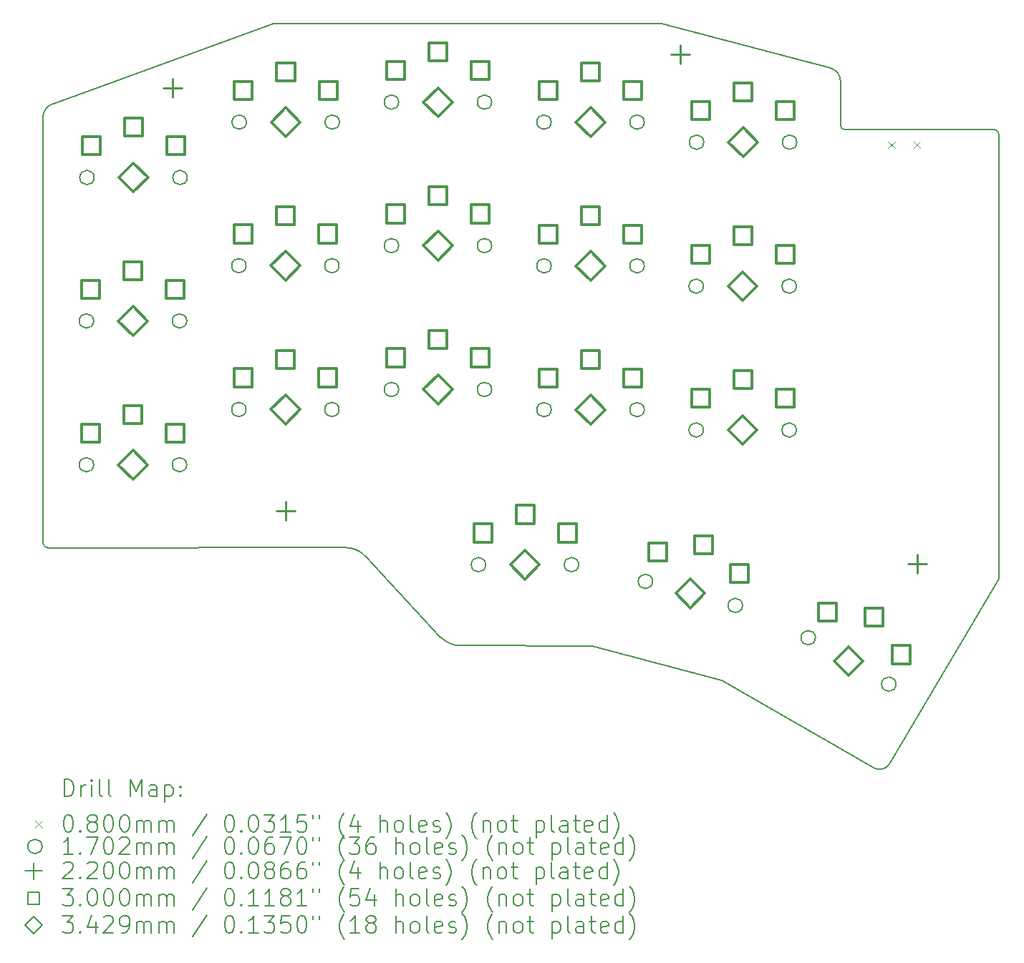
<source format=gbr>
%TF.GenerationSoftware,KiCad,Pcbnew,8.0.6*%
%TF.CreationDate,2024-10-29T20:13:48+07:00*%
%TF.ProjectId,chocowi36-rounded,63686f63-6f77-4693-9336-2d726f756e64,rev?*%
%TF.SameCoordinates,Original*%
%TF.FileFunction,Drillmap*%
%TF.FilePolarity,Positive*%
%FSLAX45Y45*%
G04 Gerber Fmt 4.5, Leading zero omitted, Abs format (unit mm)*
G04 Created by KiCad (PCBNEW 8.0.6) date 2024-10-29 20:13:48*
%MOMM*%
%LPD*%
G01*
G04 APERTURE LIST*
%ADD10C,0.150000*%
%ADD11C,0.200000*%
%ADD12C,0.100000*%
%ADD13C,0.170180*%
%ADD14C,0.220000*%
%ADD15C,0.300000*%
%ADD16C,0.342900*%
G04 APERTURE END LIST*
D10*
X14011000Y-12099000D02*
X15545000Y-12510000D01*
X16831000Y-5263000D02*
G75*
G02*
X16951747Y-5421000I-43000J-158000D01*
G01*
X7644713Y-5681090D02*
X10248000Y-4736000D01*
X11103000Y-10938000D02*
G75*
G02*
X11338826Y-11046012I0J-311450D01*
G01*
X11338825Y-11046014D02*
X12224000Y-11997000D01*
X18824000Y-6055155D02*
X18822448Y-11304798D01*
X12460000Y-12097452D02*
X14011000Y-12099000D01*
X7518722Y-5853000D02*
G75*
G02*
X7644713Y-5681090I180278J0D01*
G01*
X15545000Y-12510000D02*
X17338983Y-13540679D01*
X7580755Y-10940000D02*
G75*
G02*
X7519997Y-10874555I5J60930D01*
G01*
X18774000Y-5989871D02*
X16997964Y-5989871D01*
X18774000Y-5989871D02*
G75*
G02*
X18823993Y-6055155I-17610J-65269D01*
G01*
X7518722Y-5853000D02*
X7520000Y-10874555D01*
X12460000Y-12097452D02*
G75*
G02*
X12224000Y-11997000I0J327452D01*
G01*
X17528519Y-13500986D02*
X18822448Y-11304798D01*
X16997964Y-5989871D02*
G75*
G02*
X16950098Y-5939002I2036J49871D01*
G01*
X17528519Y-13500986D02*
G75*
G02*
X17335722Y-13538929I-115299J77066D01*
G01*
X16831000Y-5263000D02*
X14840000Y-4734000D01*
X16950098Y-5939002D02*
X16951747Y-5421000D01*
X10248000Y-4736000D02*
X14840000Y-4734000D01*
X11103000Y-10938000D02*
X7580755Y-10940000D01*
D11*
D12*
X17515000Y-6132500D02*
X17595000Y-6212500D01*
X17595000Y-6132500D02*
X17515000Y-6212500D01*
X17515000Y-6132500D02*
X17595000Y-6212500D01*
X17595000Y-6132500D02*
X17515000Y-6212500D01*
X17815000Y-6132500D02*
X17895000Y-6212500D01*
X17895000Y-6132500D02*
X17815000Y-6212500D01*
X17815000Y-6132500D02*
X17895000Y-6212500D01*
X17895000Y-6132500D02*
X17815000Y-6212500D01*
D13*
X8120290Y-8255000D02*
G75*
G02*
X7950110Y-8255000I-85090J0D01*
G01*
X7950110Y-8255000D02*
G75*
G02*
X8120290Y-8255000I85090J0D01*
G01*
X8120290Y-9956800D02*
G75*
G02*
X7950110Y-9956800I-85090J0D01*
G01*
X7950110Y-9956800D02*
G75*
G02*
X8120290Y-9956800I85090J0D01*
G01*
X8126090Y-6558000D02*
G75*
G02*
X7955910Y-6558000I-85090J0D01*
G01*
X7955910Y-6558000D02*
G75*
G02*
X8126090Y-6558000I85090J0D01*
G01*
X9220290Y-8255000D02*
G75*
G02*
X9050110Y-8255000I-85090J0D01*
G01*
X9050110Y-8255000D02*
G75*
G02*
X9220290Y-8255000I85090J0D01*
G01*
X9220290Y-9956800D02*
G75*
G02*
X9050110Y-9956800I-85090J0D01*
G01*
X9050110Y-9956800D02*
G75*
G02*
X9220290Y-9956800I85090J0D01*
G01*
X9226090Y-6558000D02*
G75*
G02*
X9055910Y-6558000I-85090J0D01*
G01*
X9055910Y-6558000D02*
G75*
G02*
X9226090Y-6558000I85090J0D01*
G01*
X9922090Y-7601000D02*
G75*
G02*
X9751910Y-7601000I-85090J0D01*
G01*
X9751910Y-7601000D02*
G75*
G02*
X9922090Y-7601000I85090J0D01*
G01*
X9922090Y-9302800D02*
G75*
G02*
X9751910Y-9302800I-85090J0D01*
G01*
X9751910Y-9302800D02*
G75*
G02*
X9922090Y-9302800I85090J0D01*
G01*
X9926090Y-5902000D02*
G75*
G02*
X9755910Y-5902000I-85090J0D01*
G01*
X9755910Y-5902000D02*
G75*
G02*
X9926090Y-5902000I85090J0D01*
G01*
X11022090Y-7601000D02*
G75*
G02*
X10851910Y-7601000I-85090J0D01*
G01*
X10851910Y-7601000D02*
G75*
G02*
X11022090Y-7601000I85090J0D01*
G01*
X11022090Y-9302800D02*
G75*
G02*
X10851910Y-9302800I-85090J0D01*
G01*
X10851910Y-9302800D02*
G75*
G02*
X11022090Y-9302800I85090J0D01*
G01*
X11026090Y-5902000D02*
G75*
G02*
X10855910Y-5902000I-85090J0D01*
G01*
X10855910Y-5902000D02*
G75*
G02*
X11026090Y-5902000I85090J0D01*
G01*
X11726090Y-5666000D02*
G75*
G02*
X11555910Y-5666000I-85090J0D01*
G01*
X11555910Y-5666000D02*
G75*
G02*
X11726090Y-5666000I85090J0D01*
G01*
X11726090Y-7364000D02*
G75*
G02*
X11555910Y-7364000I-85090J0D01*
G01*
X11555910Y-7364000D02*
G75*
G02*
X11726090Y-7364000I85090J0D01*
G01*
X11726090Y-9065800D02*
G75*
G02*
X11555910Y-9065800I-85090J0D01*
G01*
X11555910Y-9065800D02*
G75*
G02*
X11726090Y-9065800I85090J0D01*
G01*
X12755090Y-11140000D02*
G75*
G02*
X12584910Y-11140000I-85090J0D01*
G01*
X12584910Y-11140000D02*
G75*
G02*
X12755090Y-11140000I85090J0D01*
G01*
X12826090Y-5666000D02*
G75*
G02*
X12655910Y-5666000I-85090J0D01*
G01*
X12655910Y-5666000D02*
G75*
G02*
X12826090Y-5666000I85090J0D01*
G01*
X12826090Y-7364000D02*
G75*
G02*
X12655910Y-7364000I-85090J0D01*
G01*
X12655910Y-7364000D02*
G75*
G02*
X12826090Y-7364000I85090J0D01*
G01*
X12826090Y-9065800D02*
G75*
G02*
X12655910Y-9065800I-85090J0D01*
G01*
X12655910Y-9065800D02*
G75*
G02*
X12826090Y-9065800I85090J0D01*
G01*
X13530490Y-5902000D02*
G75*
G02*
X13360310Y-5902000I-85090J0D01*
G01*
X13360310Y-5902000D02*
G75*
G02*
X13530490Y-5902000I85090J0D01*
G01*
X13530490Y-7603200D02*
G75*
G02*
X13360310Y-7603200I-85090J0D01*
G01*
X13360310Y-7603200D02*
G75*
G02*
X13530490Y-7603200I85090J0D01*
G01*
X13530490Y-9305000D02*
G75*
G02*
X13360310Y-9305000I-85090J0D01*
G01*
X13360310Y-9305000D02*
G75*
G02*
X13530490Y-9305000I85090J0D01*
G01*
X13855090Y-11140000D02*
G75*
G02*
X13684910Y-11140000I-85090J0D01*
G01*
X13684910Y-11140000D02*
G75*
G02*
X13855090Y-11140000I85090J0D01*
G01*
X14630490Y-5902000D02*
G75*
G02*
X14460310Y-5902000I-85090J0D01*
G01*
X14460310Y-5902000D02*
G75*
G02*
X14630490Y-5902000I85090J0D01*
G01*
X14630490Y-7603200D02*
G75*
G02*
X14460310Y-7603200I-85090J0D01*
G01*
X14460310Y-7603200D02*
G75*
G02*
X14630490Y-7603200I85090J0D01*
G01*
X14630490Y-9305000D02*
G75*
G02*
X14460310Y-9305000I-85090J0D01*
G01*
X14460310Y-9305000D02*
G75*
G02*
X14630490Y-9305000I85090J0D01*
G01*
X14729221Y-11337749D02*
G75*
G02*
X14559041Y-11337749I-85090J0D01*
G01*
X14559041Y-11337749D02*
G75*
G02*
X14729221Y-11337749I85090J0D01*
G01*
X15329090Y-7844000D02*
G75*
G02*
X15158910Y-7844000I-85090J0D01*
G01*
X15158910Y-7844000D02*
G75*
G02*
X15329090Y-7844000I85090J0D01*
G01*
X15329090Y-9545800D02*
G75*
G02*
X15158910Y-9545800I-85090J0D01*
G01*
X15158910Y-9545800D02*
G75*
G02*
X15329090Y-9545800I85090J0D01*
G01*
X15333890Y-6140000D02*
G75*
G02*
X15163710Y-6140000I-85090J0D01*
G01*
X15163710Y-6140000D02*
G75*
G02*
X15333890Y-6140000I85090J0D01*
G01*
X15791739Y-11622450D02*
G75*
G02*
X15621559Y-11622450I-85090J0D01*
G01*
X15621559Y-11622450D02*
G75*
G02*
X15791739Y-11622450I85090J0D01*
G01*
X16429090Y-7844000D02*
G75*
G02*
X16258910Y-7844000I-85090J0D01*
G01*
X16258910Y-7844000D02*
G75*
G02*
X16429090Y-7844000I85090J0D01*
G01*
X16429090Y-9545800D02*
G75*
G02*
X16258910Y-9545800I-85090J0D01*
G01*
X16258910Y-9545800D02*
G75*
G02*
X16429090Y-9545800I85090J0D01*
G01*
X16433890Y-6140000D02*
G75*
G02*
X16263710Y-6140000I-85090J0D01*
G01*
X16263710Y-6140000D02*
G75*
G02*
X16433890Y-6140000I85090J0D01*
G01*
X16653776Y-12004050D02*
G75*
G02*
X16483596Y-12004050I-85090J0D01*
G01*
X16483596Y-12004050D02*
G75*
G02*
X16653776Y-12004050I85090J0D01*
G01*
X17606404Y-12554050D02*
G75*
G02*
X17436224Y-12554050I-85090J0D01*
G01*
X17436224Y-12554050D02*
G75*
G02*
X17606404Y-12554050I85090J0D01*
G01*
D14*
X9050000Y-5392000D02*
X9050000Y-5612000D01*
X8940000Y-5502000D02*
X9160000Y-5502000D01*
X10390000Y-10390000D02*
X10390000Y-10610000D01*
X10280000Y-10500000D02*
X10500000Y-10500000D01*
X15055000Y-4990000D02*
X15055000Y-5210000D01*
X14945000Y-5100000D02*
X15165000Y-5100000D01*
X17856000Y-11023000D02*
X17856000Y-11243000D01*
X17746000Y-11133000D02*
X17966000Y-11133000D01*
D15*
X8191267Y-7986067D02*
X8191267Y-7773933D01*
X7979133Y-7773933D01*
X7979133Y-7986067D01*
X8191267Y-7986067D01*
X8191267Y-9687867D02*
X8191267Y-9475733D01*
X7979133Y-9475733D01*
X7979133Y-9687867D01*
X8191267Y-9687867D01*
X8197067Y-6289067D02*
X8197067Y-6076933D01*
X7984933Y-6076933D01*
X7984933Y-6289067D01*
X8197067Y-6289067D01*
X8691267Y-7766067D02*
X8691267Y-7553933D01*
X8479133Y-7553933D01*
X8479133Y-7766067D01*
X8691267Y-7766067D01*
X8691267Y-9467867D02*
X8691267Y-9255733D01*
X8479133Y-9255733D01*
X8479133Y-9467867D01*
X8691267Y-9467867D01*
X8697067Y-6069067D02*
X8697067Y-5856933D01*
X8484933Y-5856933D01*
X8484933Y-6069067D01*
X8697067Y-6069067D01*
X9191267Y-7986067D02*
X9191267Y-7773933D01*
X8979133Y-7773933D01*
X8979133Y-7986067D01*
X9191267Y-7986067D01*
X9191267Y-9687867D02*
X9191267Y-9475733D01*
X8979133Y-9475733D01*
X8979133Y-9687867D01*
X9191267Y-9687867D01*
X9197067Y-6289067D02*
X9197067Y-6076933D01*
X8984933Y-6076933D01*
X8984933Y-6289067D01*
X9197067Y-6289067D01*
X9993067Y-7332067D02*
X9993067Y-7119933D01*
X9780933Y-7119933D01*
X9780933Y-7332067D01*
X9993067Y-7332067D01*
X9993067Y-9033867D02*
X9993067Y-8821733D01*
X9780933Y-8821733D01*
X9780933Y-9033867D01*
X9993067Y-9033867D01*
X9997067Y-5633067D02*
X9997067Y-5420933D01*
X9784933Y-5420933D01*
X9784933Y-5633067D01*
X9997067Y-5633067D01*
X10493067Y-7112067D02*
X10493067Y-6899933D01*
X10280933Y-6899933D01*
X10280933Y-7112067D01*
X10493067Y-7112067D01*
X10493067Y-8813867D02*
X10493067Y-8601733D01*
X10280933Y-8601733D01*
X10280933Y-8813867D01*
X10493067Y-8813867D01*
X10497067Y-5413067D02*
X10497067Y-5200933D01*
X10284933Y-5200933D01*
X10284933Y-5413067D01*
X10497067Y-5413067D01*
X10993067Y-7332067D02*
X10993067Y-7119933D01*
X10780933Y-7119933D01*
X10780933Y-7332067D01*
X10993067Y-7332067D01*
X10993067Y-9033867D02*
X10993067Y-8821733D01*
X10780933Y-8821733D01*
X10780933Y-9033867D01*
X10993067Y-9033867D01*
X10997067Y-5633067D02*
X10997067Y-5420933D01*
X10784933Y-5420933D01*
X10784933Y-5633067D01*
X10997067Y-5633067D01*
X11797067Y-5397067D02*
X11797067Y-5184933D01*
X11584933Y-5184933D01*
X11584933Y-5397067D01*
X11797067Y-5397067D01*
X11797067Y-7095067D02*
X11797067Y-6882933D01*
X11584933Y-6882933D01*
X11584933Y-7095067D01*
X11797067Y-7095067D01*
X11797067Y-8796867D02*
X11797067Y-8584733D01*
X11584933Y-8584733D01*
X11584933Y-8796867D01*
X11797067Y-8796867D01*
X12297067Y-5177067D02*
X12297067Y-4964933D01*
X12084933Y-4964933D01*
X12084933Y-5177067D01*
X12297067Y-5177067D01*
X12297067Y-6875067D02*
X12297067Y-6662933D01*
X12084933Y-6662933D01*
X12084933Y-6875067D01*
X12297067Y-6875067D01*
X12297067Y-8576867D02*
X12297067Y-8364733D01*
X12084933Y-8364733D01*
X12084933Y-8576867D01*
X12297067Y-8576867D01*
X12797067Y-5397067D02*
X12797067Y-5184933D01*
X12584933Y-5184933D01*
X12584933Y-5397067D01*
X12797067Y-5397067D01*
X12797067Y-7095067D02*
X12797067Y-6882933D01*
X12584933Y-6882933D01*
X12584933Y-7095067D01*
X12797067Y-7095067D01*
X12797067Y-8796867D02*
X12797067Y-8584733D01*
X12584933Y-8584733D01*
X12584933Y-8796867D01*
X12797067Y-8796867D01*
X12826067Y-10871067D02*
X12826067Y-10658933D01*
X12613933Y-10658933D01*
X12613933Y-10871067D01*
X12826067Y-10871067D01*
X13326067Y-10651067D02*
X13326067Y-10438933D01*
X13113933Y-10438933D01*
X13113933Y-10651067D01*
X13326067Y-10651067D01*
X13601467Y-5633067D02*
X13601467Y-5420933D01*
X13389333Y-5420933D01*
X13389333Y-5633067D01*
X13601467Y-5633067D01*
X13601467Y-7334267D02*
X13601467Y-7122133D01*
X13389333Y-7122133D01*
X13389333Y-7334267D01*
X13601467Y-7334267D01*
X13601467Y-9036067D02*
X13601467Y-8823933D01*
X13389333Y-8823933D01*
X13389333Y-9036067D01*
X13601467Y-9036067D01*
X13826067Y-10871067D02*
X13826067Y-10658933D01*
X13613933Y-10658933D01*
X13613933Y-10871067D01*
X13826067Y-10871067D01*
X14101467Y-5413067D02*
X14101467Y-5200933D01*
X13889333Y-5200933D01*
X13889333Y-5413067D01*
X14101467Y-5413067D01*
X14101467Y-7114267D02*
X14101467Y-6902133D01*
X13889333Y-6902133D01*
X13889333Y-7114267D01*
X14101467Y-7114267D01*
X14101467Y-8816067D02*
X14101467Y-8603933D01*
X13889333Y-8603933D01*
X13889333Y-8816067D01*
X14101467Y-8816067D01*
X14601467Y-5633067D02*
X14601467Y-5420933D01*
X14389333Y-5420933D01*
X14389333Y-5633067D01*
X14601467Y-5633067D01*
X14601467Y-7334267D02*
X14601467Y-7122133D01*
X14389333Y-7122133D01*
X14389333Y-7334267D01*
X14601467Y-7334267D01*
X14601467Y-9036067D02*
X14601467Y-8823933D01*
X14389333Y-8823933D01*
X14389333Y-9036067D01*
X14601467Y-9036067D01*
X14895551Y-11094535D02*
X14895551Y-10882401D01*
X14683417Y-10882401D01*
X14683417Y-11094535D01*
X14895551Y-11094535D01*
X15400067Y-7575067D02*
X15400067Y-7362933D01*
X15187933Y-7362933D01*
X15187933Y-7575067D01*
X15400067Y-7575067D01*
X15400067Y-9276867D02*
X15400067Y-9064733D01*
X15187933Y-9064733D01*
X15187933Y-9276867D01*
X15400067Y-9276867D01*
X15404867Y-5871067D02*
X15404867Y-5658933D01*
X15192733Y-5658933D01*
X15192733Y-5871067D01*
X15404867Y-5871067D01*
X15435454Y-11011441D02*
X15435454Y-10799307D01*
X15223320Y-10799307D01*
X15223320Y-11011441D01*
X15435454Y-11011441D01*
X15861477Y-11353354D02*
X15861477Y-11141220D01*
X15649343Y-11141220D01*
X15649343Y-11353354D01*
X15861477Y-11353354D01*
X15900067Y-7355067D02*
X15900067Y-7142933D01*
X15687933Y-7142933D01*
X15687933Y-7355067D01*
X15900067Y-7355067D01*
X15900067Y-9056867D02*
X15900067Y-8844733D01*
X15687933Y-8844733D01*
X15687933Y-9056867D01*
X15900067Y-9056867D01*
X15904867Y-5651067D02*
X15904867Y-5438933D01*
X15692733Y-5438933D01*
X15692733Y-5651067D01*
X15904867Y-5651067D01*
X16400067Y-9276867D02*
X16400067Y-9064733D01*
X16187933Y-9064733D01*
X16187933Y-9276867D01*
X16400067Y-9276867D01*
X16400067Y-7575067D02*
X16400067Y-7362933D01*
X16187933Y-7362933D01*
X16187933Y-7575067D01*
X16400067Y-7575067D01*
X16404867Y-5871067D02*
X16404867Y-5658933D01*
X16192733Y-5658933D01*
X16192733Y-5871067D01*
X16404867Y-5871067D01*
X16905554Y-11810358D02*
X16905554Y-11598224D01*
X16693420Y-11598224D01*
X16693420Y-11810358D01*
X16905554Y-11810358D01*
X17448567Y-11869832D02*
X17448567Y-11657698D01*
X17236433Y-11657698D01*
X17236433Y-11869832D01*
X17448567Y-11869832D01*
X17771580Y-12310357D02*
X17771580Y-12098223D01*
X17559446Y-12098223D01*
X17559446Y-12310357D01*
X17771580Y-12310357D01*
D16*
X8585200Y-8426450D02*
X8756650Y-8255000D01*
X8585200Y-8083550D01*
X8413750Y-8255000D01*
X8585200Y-8426450D01*
X8585200Y-10128250D02*
X8756650Y-9956800D01*
X8585200Y-9785350D01*
X8413750Y-9956800D01*
X8585200Y-10128250D01*
X8591000Y-6729450D02*
X8762450Y-6558000D01*
X8591000Y-6386550D01*
X8419550Y-6558000D01*
X8591000Y-6729450D01*
X10387000Y-7772450D02*
X10558450Y-7601000D01*
X10387000Y-7429550D01*
X10215550Y-7601000D01*
X10387000Y-7772450D01*
X10387000Y-9474250D02*
X10558450Y-9302800D01*
X10387000Y-9131350D01*
X10215550Y-9302800D01*
X10387000Y-9474250D01*
X10391000Y-6073450D02*
X10562450Y-5902000D01*
X10391000Y-5730550D01*
X10219550Y-5902000D01*
X10391000Y-6073450D01*
X12191000Y-5837450D02*
X12362450Y-5666000D01*
X12191000Y-5494550D01*
X12019550Y-5666000D01*
X12191000Y-5837450D01*
X12191000Y-7535450D02*
X12362450Y-7364000D01*
X12191000Y-7192550D01*
X12019550Y-7364000D01*
X12191000Y-7535450D01*
X12191000Y-9237250D02*
X12362450Y-9065800D01*
X12191000Y-8894350D01*
X12019550Y-9065800D01*
X12191000Y-9237250D01*
X13220000Y-11311450D02*
X13391450Y-11140000D01*
X13220000Y-10968550D01*
X13048550Y-11140000D01*
X13220000Y-11311450D01*
X13995400Y-6073450D02*
X14166850Y-5902000D01*
X13995400Y-5730550D01*
X13823950Y-5902000D01*
X13995400Y-6073450D01*
X13995400Y-7774650D02*
X14166850Y-7603200D01*
X13995400Y-7431750D01*
X13823950Y-7603200D01*
X13995400Y-7774650D01*
X13995400Y-9476450D02*
X14166850Y-9305000D01*
X13995400Y-9133550D01*
X13823950Y-9305000D01*
X13995400Y-9476450D01*
X15175390Y-11651550D02*
X15346840Y-11480100D01*
X15175390Y-11308650D01*
X15003940Y-11480100D01*
X15175390Y-11651550D01*
X15794000Y-8015450D02*
X15965450Y-7844000D01*
X15794000Y-7672550D01*
X15622550Y-7844000D01*
X15794000Y-8015450D01*
X15794000Y-9717250D02*
X15965450Y-9545800D01*
X15794000Y-9374350D01*
X15622550Y-9545800D01*
X15794000Y-9717250D01*
X15798800Y-6311450D02*
X15970250Y-6140000D01*
X15798800Y-5968550D01*
X15627350Y-6140000D01*
X15798800Y-6311450D01*
X17045000Y-12450500D02*
X17216450Y-12279050D01*
X17045000Y-12107600D01*
X16873550Y-12279050D01*
X17045000Y-12450500D01*
D11*
X7771999Y-13881587D02*
X7771999Y-13681587D01*
X7771999Y-13681587D02*
X7819618Y-13681587D01*
X7819618Y-13681587D02*
X7848190Y-13691111D01*
X7848190Y-13691111D02*
X7867237Y-13710158D01*
X7867237Y-13710158D02*
X7876761Y-13729206D01*
X7876761Y-13729206D02*
X7886285Y-13767301D01*
X7886285Y-13767301D02*
X7886285Y-13795872D01*
X7886285Y-13795872D02*
X7876761Y-13833968D01*
X7876761Y-13833968D02*
X7867237Y-13853015D01*
X7867237Y-13853015D02*
X7848190Y-13872063D01*
X7848190Y-13872063D02*
X7819618Y-13881587D01*
X7819618Y-13881587D02*
X7771999Y-13881587D01*
X7971999Y-13881587D02*
X7971999Y-13748253D01*
X7971999Y-13786349D02*
X7981523Y-13767301D01*
X7981523Y-13767301D02*
X7991047Y-13757777D01*
X7991047Y-13757777D02*
X8010094Y-13748253D01*
X8010094Y-13748253D02*
X8029142Y-13748253D01*
X8095809Y-13881587D02*
X8095809Y-13748253D01*
X8095809Y-13681587D02*
X8086285Y-13691111D01*
X8086285Y-13691111D02*
X8095809Y-13700634D01*
X8095809Y-13700634D02*
X8105332Y-13691111D01*
X8105332Y-13691111D02*
X8095809Y-13681587D01*
X8095809Y-13681587D02*
X8095809Y-13700634D01*
X8219618Y-13881587D02*
X8200571Y-13872063D01*
X8200571Y-13872063D02*
X8191047Y-13853015D01*
X8191047Y-13853015D02*
X8191047Y-13681587D01*
X8324380Y-13881587D02*
X8305332Y-13872063D01*
X8305332Y-13872063D02*
X8295809Y-13853015D01*
X8295809Y-13853015D02*
X8295809Y-13681587D01*
X8552952Y-13881587D02*
X8552952Y-13681587D01*
X8552952Y-13681587D02*
X8619618Y-13824444D01*
X8619618Y-13824444D02*
X8686285Y-13681587D01*
X8686285Y-13681587D02*
X8686285Y-13881587D01*
X8867237Y-13881587D02*
X8867237Y-13776825D01*
X8867237Y-13776825D02*
X8857714Y-13757777D01*
X8857714Y-13757777D02*
X8838666Y-13748253D01*
X8838666Y-13748253D02*
X8800571Y-13748253D01*
X8800571Y-13748253D02*
X8781523Y-13757777D01*
X8867237Y-13872063D02*
X8848190Y-13881587D01*
X8848190Y-13881587D02*
X8800571Y-13881587D01*
X8800571Y-13881587D02*
X8781523Y-13872063D01*
X8781523Y-13872063D02*
X8771999Y-13853015D01*
X8771999Y-13853015D02*
X8771999Y-13833968D01*
X8771999Y-13833968D02*
X8781523Y-13814920D01*
X8781523Y-13814920D02*
X8800571Y-13805396D01*
X8800571Y-13805396D02*
X8848190Y-13805396D01*
X8848190Y-13805396D02*
X8867237Y-13795872D01*
X8962475Y-13748253D02*
X8962475Y-13948253D01*
X8962475Y-13757777D02*
X8981523Y-13748253D01*
X8981523Y-13748253D02*
X9019618Y-13748253D01*
X9019618Y-13748253D02*
X9038666Y-13757777D01*
X9038666Y-13757777D02*
X9048190Y-13767301D01*
X9048190Y-13767301D02*
X9057714Y-13786349D01*
X9057714Y-13786349D02*
X9057714Y-13843491D01*
X9057714Y-13843491D02*
X9048190Y-13862539D01*
X9048190Y-13862539D02*
X9038666Y-13872063D01*
X9038666Y-13872063D02*
X9019618Y-13881587D01*
X9019618Y-13881587D02*
X8981523Y-13881587D01*
X8981523Y-13881587D02*
X8962475Y-13872063D01*
X9143428Y-13862539D02*
X9152952Y-13872063D01*
X9152952Y-13872063D02*
X9143428Y-13881587D01*
X9143428Y-13881587D02*
X9133904Y-13872063D01*
X9133904Y-13872063D02*
X9143428Y-13862539D01*
X9143428Y-13862539D02*
X9143428Y-13881587D01*
X9143428Y-13757777D02*
X9152952Y-13767301D01*
X9152952Y-13767301D02*
X9143428Y-13776825D01*
X9143428Y-13776825D02*
X9133904Y-13767301D01*
X9133904Y-13767301D02*
X9143428Y-13757777D01*
X9143428Y-13757777D02*
X9143428Y-13776825D01*
D12*
X7431222Y-14170103D02*
X7511222Y-14250103D01*
X7511222Y-14170103D02*
X7431222Y-14250103D01*
D11*
X7810094Y-14101587D02*
X7829142Y-14101587D01*
X7829142Y-14101587D02*
X7848190Y-14111111D01*
X7848190Y-14111111D02*
X7857713Y-14120634D01*
X7857713Y-14120634D02*
X7867237Y-14139682D01*
X7867237Y-14139682D02*
X7876761Y-14177777D01*
X7876761Y-14177777D02*
X7876761Y-14225396D01*
X7876761Y-14225396D02*
X7867237Y-14263491D01*
X7867237Y-14263491D02*
X7857713Y-14282539D01*
X7857713Y-14282539D02*
X7848190Y-14292063D01*
X7848190Y-14292063D02*
X7829142Y-14301587D01*
X7829142Y-14301587D02*
X7810094Y-14301587D01*
X7810094Y-14301587D02*
X7791047Y-14292063D01*
X7791047Y-14292063D02*
X7781523Y-14282539D01*
X7781523Y-14282539D02*
X7771999Y-14263491D01*
X7771999Y-14263491D02*
X7762475Y-14225396D01*
X7762475Y-14225396D02*
X7762475Y-14177777D01*
X7762475Y-14177777D02*
X7771999Y-14139682D01*
X7771999Y-14139682D02*
X7781523Y-14120634D01*
X7781523Y-14120634D02*
X7791047Y-14111111D01*
X7791047Y-14111111D02*
X7810094Y-14101587D01*
X7962475Y-14282539D02*
X7971999Y-14292063D01*
X7971999Y-14292063D02*
X7962475Y-14301587D01*
X7962475Y-14301587D02*
X7952952Y-14292063D01*
X7952952Y-14292063D02*
X7962475Y-14282539D01*
X7962475Y-14282539D02*
X7962475Y-14301587D01*
X8086285Y-14187301D02*
X8067237Y-14177777D01*
X8067237Y-14177777D02*
X8057713Y-14168253D01*
X8057713Y-14168253D02*
X8048190Y-14149206D01*
X8048190Y-14149206D02*
X8048190Y-14139682D01*
X8048190Y-14139682D02*
X8057713Y-14120634D01*
X8057713Y-14120634D02*
X8067237Y-14111111D01*
X8067237Y-14111111D02*
X8086285Y-14101587D01*
X8086285Y-14101587D02*
X8124380Y-14101587D01*
X8124380Y-14101587D02*
X8143428Y-14111111D01*
X8143428Y-14111111D02*
X8152952Y-14120634D01*
X8152952Y-14120634D02*
X8162475Y-14139682D01*
X8162475Y-14139682D02*
X8162475Y-14149206D01*
X8162475Y-14149206D02*
X8152952Y-14168253D01*
X8152952Y-14168253D02*
X8143428Y-14177777D01*
X8143428Y-14177777D02*
X8124380Y-14187301D01*
X8124380Y-14187301D02*
X8086285Y-14187301D01*
X8086285Y-14187301D02*
X8067237Y-14196825D01*
X8067237Y-14196825D02*
X8057713Y-14206349D01*
X8057713Y-14206349D02*
X8048190Y-14225396D01*
X8048190Y-14225396D02*
X8048190Y-14263491D01*
X8048190Y-14263491D02*
X8057713Y-14282539D01*
X8057713Y-14282539D02*
X8067237Y-14292063D01*
X8067237Y-14292063D02*
X8086285Y-14301587D01*
X8086285Y-14301587D02*
X8124380Y-14301587D01*
X8124380Y-14301587D02*
X8143428Y-14292063D01*
X8143428Y-14292063D02*
X8152952Y-14282539D01*
X8152952Y-14282539D02*
X8162475Y-14263491D01*
X8162475Y-14263491D02*
X8162475Y-14225396D01*
X8162475Y-14225396D02*
X8152952Y-14206349D01*
X8152952Y-14206349D02*
X8143428Y-14196825D01*
X8143428Y-14196825D02*
X8124380Y-14187301D01*
X8286285Y-14101587D02*
X8305333Y-14101587D01*
X8305333Y-14101587D02*
X8324380Y-14111111D01*
X8324380Y-14111111D02*
X8333904Y-14120634D01*
X8333904Y-14120634D02*
X8343428Y-14139682D01*
X8343428Y-14139682D02*
X8352952Y-14177777D01*
X8352952Y-14177777D02*
X8352952Y-14225396D01*
X8352952Y-14225396D02*
X8343428Y-14263491D01*
X8343428Y-14263491D02*
X8333904Y-14282539D01*
X8333904Y-14282539D02*
X8324380Y-14292063D01*
X8324380Y-14292063D02*
X8305333Y-14301587D01*
X8305333Y-14301587D02*
X8286285Y-14301587D01*
X8286285Y-14301587D02*
X8267237Y-14292063D01*
X8267237Y-14292063D02*
X8257713Y-14282539D01*
X8257713Y-14282539D02*
X8248190Y-14263491D01*
X8248190Y-14263491D02*
X8238666Y-14225396D01*
X8238666Y-14225396D02*
X8238666Y-14177777D01*
X8238666Y-14177777D02*
X8248190Y-14139682D01*
X8248190Y-14139682D02*
X8257713Y-14120634D01*
X8257713Y-14120634D02*
X8267237Y-14111111D01*
X8267237Y-14111111D02*
X8286285Y-14101587D01*
X8476761Y-14101587D02*
X8495809Y-14101587D01*
X8495809Y-14101587D02*
X8514856Y-14111111D01*
X8514856Y-14111111D02*
X8524380Y-14120634D01*
X8524380Y-14120634D02*
X8533904Y-14139682D01*
X8533904Y-14139682D02*
X8543428Y-14177777D01*
X8543428Y-14177777D02*
X8543428Y-14225396D01*
X8543428Y-14225396D02*
X8533904Y-14263491D01*
X8533904Y-14263491D02*
X8524380Y-14282539D01*
X8524380Y-14282539D02*
X8514856Y-14292063D01*
X8514856Y-14292063D02*
X8495809Y-14301587D01*
X8495809Y-14301587D02*
X8476761Y-14301587D01*
X8476761Y-14301587D02*
X8457714Y-14292063D01*
X8457714Y-14292063D02*
X8448190Y-14282539D01*
X8448190Y-14282539D02*
X8438666Y-14263491D01*
X8438666Y-14263491D02*
X8429142Y-14225396D01*
X8429142Y-14225396D02*
X8429142Y-14177777D01*
X8429142Y-14177777D02*
X8438666Y-14139682D01*
X8438666Y-14139682D02*
X8448190Y-14120634D01*
X8448190Y-14120634D02*
X8457714Y-14111111D01*
X8457714Y-14111111D02*
X8476761Y-14101587D01*
X8629142Y-14301587D02*
X8629142Y-14168253D01*
X8629142Y-14187301D02*
X8638666Y-14177777D01*
X8638666Y-14177777D02*
X8657714Y-14168253D01*
X8657714Y-14168253D02*
X8686285Y-14168253D01*
X8686285Y-14168253D02*
X8705333Y-14177777D01*
X8705333Y-14177777D02*
X8714856Y-14196825D01*
X8714856Y-14196825D02*
X8714856Y-14301587D01*
X8714856Y-14196825D02*
X8724380Y-14177777D01*
X8724380Y-14177777D02*
X8743428Y-14168253D01*
X8743428Y-14168253D02*
X8771999Y-14168253D01*
X8771999Y-14168253D02*
X8791047Y-14177777D01*
X8791047Y-14177777D02*
X8800571Y-14196825D01*
X8800571Y-14196825D02*
X8800571Y-14301587D01*
X8895809Y-14301587D02*
X8895809Y-14168253D01*
X8895809Y-14187301D02*
X8905333Y-14177777D01*
X8905333Y-14177777D02*
X8924380Y-14168253D01*
X8924380Y-14168253D02*
X8952952Y-14168253D01*
X8952952Y-14168253D02*
X8971999Y-14177777D01*
X8971999Y-14177777D02*
X8981523Y-14196825D01*
X8981523Y-14196825D02*
X8981523Y-14301587D01*
X8981523Y-14196825D02*
X8991047Y-14177777D01*
X8991047Y-14177777D02*
X9010095Y-14168253D01*
X9010095Y-14168253D02*
X9038666Y-14168253D01*
X9038666Y-14168253D02*
X9057714Y-14177777D01*
X9057714Y-14177777D02*
X9067237Y-14196825D01*
X9067237Y-14196825D02*
X9067237Y-14301587D01*
X9457714Y-14092063D02*
X9286285Y-14349206D01*
X9714857Y-14101587D02*
X9733904Y-14101587D01*
X9733904Y-14101587D02*
X9752952Y-14111111D01*
X9752952Y-14111111D02*
X9762476Y-14120634D01*
X9762476Y-14120634D02*
X9771999Y-14139682D01*
X9771999Y-14139682D02*
X9781523Y-14177777D01*
X9781523Y-14177777D02*
X9781523Y-14225396D01*
X9781523Y-14225396D02*
X9771999Y-14263491D01*
X9771999Y-14263491D02*
X9762476Y-14282539D01*
X9762476Y-14282539D02*
X9752952Y-14292063D01*
X9752952Y-14292063D02*
X9733904Y-14301587D01*
X9733904Y-14301587D02*
X9714857Y-14301587D01*
X9714857Y-14301587D02*
X9695809Y-14292063D01*
X9695809Y-14292063D02*
X9686285Y-14282539D01*
X9686285Y-14282539D02*
X9676761Y-14263491D01*
X9676761Y-14263491D02*
X9667238Y-14225396D01*
X9667238Y-14225396D02*
X9667238Y-14177777D01*
X9667238Y-14177777D02*
X9676761Y-14139682D01*
X9676761Y-14139682D02*
X9686285Y-14120634D01*
X9686285Y-14120634D02*
X9695809Y-14111111D01*
X9695809Y-14111111D02*
X9714857Y-14101587D01*
X9867238Y-14282539D02*
X9876761Y-14292063D01*
X9876761Y-14292063D02*
X9867238Y-14301587D01*
X9867238Y-14301587D02*
X9857714Y-14292063D01*
X9857714Y-14292063D02*
X9867238Y-14282539D01*
X9867238Y-14282539D02*
X9867238Y-14301587D01*
X10000571Y-14101587D02*
X10019619Y-14101587D01*
X10019619Y-14101587D02*
X10038666Y-14111111D01*
X10038666Y-14111111D02*
X10048190Y-14120634D01*
X10048190Y-14120634D02*
X10057714Y-14139682D01*
X10057714Y-14139682D02*
X10067238Y-14177777D01*
X10067238Y-14177777D02*
X10067238Y-14225396D01*
X10067238Y-14225396D02*
X10057714Y-14263491D01*
X10057714Y-14263491D02*
X10048190Y-14282539D01*
X10048190Y-14282539D02*
X10038666Y-14292063D01*
X10038666Y-14292063D02*
X10019619Y-14301587D01*
X10019619Y-14301587D02*
X10000571Y-14301587D01*
X10000571Y-14301587D02*
X9981523Y-14292063D01*
X9981523Y-14292063D02*
X9971999Y-14282539D01*
X9971999Y-14282539D02*
X9962476Y-14263491D01*
X9962476Y-14263491D02*
X9952952Y-14225396D01*
X9952952Y-14225396D02*
X9952952Y-14177777D01*
X9952952Y-14177777D02*
X9962476Y-14139682D01*
X9962476Y-14139682D02*
X9971999Y-14120634D01*
X9971999Y-14120634D02*
X9981523Y-14111111D01*
X9981523Y-14111111D02*
X10000571Y-14101587D01*
X10133904Y-14101587D02*
X10257714Y-14101587D01*
X10257714Y-14101587D02*
X10191047Y-14177777D01*
X10191047Y-14177777D02*
X10219619Y-14177777D01*
X10219619Y-14177777D02*
X10238666Y-14187301D01*
X10238666Y-14187301D02*
X10248190Y-14196825D01*
X10248190Y-14196825D02*
X10257714Y-14215872D01*
X10257714Y-14215872D02*
X10257714Y-14263491D01*
X10257714Y-14263491D02*
X10248190Y-14282539D01*
X10248190Y-14282539D02*
X10238666Y-14292063D01*
X10238666Y-14292063D02*
X10219619Y-14301587D01*
X10219619Y-14301587D02*
X10162476Y-14301587D01*
X10162476Y-14301587D02*
X10143428Y-14292063D01*
X10143428Y-14292063D02*
X10133904Y-14282539D01*
X10448190Y-14301587D02*
X10333904Y-14301587D01*
X10391047Y-14301587D02*
X10391047Y-14101587D01*
X10391047Y-14101587D02*
X10371999Y-14130158D01*
X10371999Y-14130158D02*
X10352952Y-14149206D01*
X10352952Y-14149206D02*
X10333904Y-14158730D01*
X10629142Y-14101587D02*
X10533904Y-14101587D01*
X10533904Y-14101587D02*
X10524380Y-14196825D01*
X10524380Y-14196825D02*
X10533904Y-14187301D01*
X10533904Y-14187301D02*
X10552952Y-14177777D01*
X10552952Y-14177777D02*
X10600571Y-14177777D01*
X10600571Y-14177777D02*
X10619619Y-14187301D01*
X10619619Y-14187301D02*
X10629142Y-14196825D01*
X10629142Y-14196825D02*
X10638666Y-14215872D01*
X10638666Y-14215872D02*
X10638666Y-14263491D01*
X10638666Y-14263491D02*
X10629142Y-14282539D01*
X10629142Y-14282539D02*
X10619619Y-14292063D01*
X10619619Y-14292063D02*
X10600571Y-14301587D01*
X10600571Y-14301587D02*
X10552952Y-14301587D01*
X10552952Y-14301587D02*
X10533904Y-14292063D01*
X10533904Y-14292063D02*
X10524380Y-14282539D01*
X10714857Y-14101587D02*
X10714857Y-14139682D01*
X10791047Y-14101587D02*
X10791047Y-14139682D01*
X11086285Y-14377777D02*
X11076761Y-14368253D01*
X11076761Y-14368253D02*
X11057714Y-14339682D01*
X11057714Y-14339682D02*
X11048190Y-14320634D01*
X11048190Y-14320634D02*
X11038666Y-14292063D01*
X11038666Y-14292063D02*
X11029142Y-14244444D01*
X11029142Y-14244444D02*
X11029142Y-14206349D01*
X11029142Y-14206349D02*
X11038666Y-14158730D01*
X11038666Y-14158730D02*
X11048190Y-14130158D01*
X11048190Y-14130158D02*
X11057714Y-14111111D01*
X11057714Y-14111111D02*
X11076761Y-14082539D01*
X11076761Y-14082539D02*
X11086285Y-14073015D01*
X11248190Y-14168253D02*
X11248190Y-14301587D01*
X11200571Y-14092063D02*
X11152952Y-14234920D01*
X11152952Y-14234920D02*
X11276761Y-14234920D01*
X11505333Y-14301587D02*
X11505333Y-14101587D01*
X11591047Y-14301587D02*
X11591047Y-14196825D01*
X11591047Y-14196825D02*
X11581523Y-14177777D01*
X11581523Y-14177777D02*
X11562476Y-14168253D01*
X11562476Y-14168253D02*
X11533904Y-14168253D01*
X11533904Y-14168253D02*
X11514857Y-14177777D01*
X11514857Y-14177777D02*
X11505333Y-14187301D01*
X11714857Y-14301587D02*
X11695809Y-14292063D01*
X11695809Y-14292063D02*
X11686285Y-14282539D01*
X11686285Y-14282539D02*
X11676761Y-14263491D01*
X11676761Y-14263491D02*
X11676761Y-14206349D01*
X11676761Y-14206349D02*
X11686285Y-14187301D01*
X11686285Y-14187301D02*
X11695809Y-14177777D01*
X11695809Y-14177777D02*
X11714857Y-14168253D01*
X11714857Y-14168253D02*
X11743428Y-14168253D01*
X11743428Y-14168253D02*
X11762476Y-14177777D01*
X11762476Y-14177777D02*
X11772000Y-14187301D01*
X11772000Y-14187301D02*
X11781523Y-14206349D01*
X11781523Y-14206349D02*
X11781523Y-14263491D01*
X11781523Y-14263491D02*
X11772000Y-14282539D01*
X11772000Y-14282539D02*
X11762476Y-14292063D01*
X11762476Y-14292063D02*
X11743428Y-14301587D01*
X11743428Y-14301587D02*
X11714857Y-14301587D01*
X11895809Y-14301587D02*
X11876761Y-14292063D01*
X11876761Y-14292063D02*
X11867238Y-14273015D01*
X11867238Y-14273015D02*
X11867238Y-14101587D01*
X12048190Y-14292063D02*
X12029142Y-14301587D01*
X12029142Y-14301587D02*
X11991047Y-14301587D01*
X11991047Y-14301587D02*
X11972000Y-14292063D01*
X11972000Y-14292063D02*
X11962476Y-14273015D01*
X11962476Y-14273015D02*
X11962476Y-14196825D01*
X11962476Y-14196825D02*
X11972000Y-14177777D01*
X11972000Y-14177777D02*
X11991047Y-14168253D01*
X11991047Y-14168253D02*
X12029142Y-14168253D01*
X12029142Y-14168253D02*
X12048190Y-14177777D01*
X12048190Y-14177777D02*
X12057714Y-14196825D01*
X12057714Y-14196825D02*
X12057714Y-14215872D01*
X12057714Y-14215872D02*
X11962476Y-14234920D01*
X12133904Y-14292063D02*
X12152952Y-14301587D01*
X12152952Y-14301587D02*
X12191047Y-14301587D01*
X12191047Y-14301587D02*
X12210095Y-14292063D01*
X12210095Y-14292063D02*
X12219619Y-14273015D01*
X12219619Y-14273015D02*
X12219619Y-14263491D01*
X12219619Y-14263491D02*
X12210095Y-14244444D01*
X12210095Y-14244444D02*
X12191047Y-14234920D01*
X12191047Y-14234920D02*
X12162476Y-14234920D01*
X12162476Y-14234920D02*
X12143428Y-14225396D01*
X12143428Y-14225396D02*
X12133904Y-14206349D01*
X12133904Y-14206349D02*
X12133904Y-14196825D01*
X12133904Y-14196825D02*
X12143428Y-14177777D01*
X12143428Y-14177777D02*
X12162476Y-14168253D01*
X12162476Y-14168253D02*
X12191047Y-14168253D01*
X12191047Y-14168253D02*
X12210095Y-14177777D01*
X12286285Y-14377777D02*
X12295809Y-14368253D01*
X12295809Y-14368253D02*
X12314857Y-14339682D01*
X12314857Y-14339682D02*
X12324381Y-14320634D01*
X12324381Y-14320634D02*
X12333904Y-14292063D01*
X12333904Y-14292063D02*
X12343428Y-14244444D01*
X12343428Y-14244444D02*
X12343428Y-14206349D01*
X12343428Y-14206349D02*
X12333904Y-14158730D01*
X12333904Y-14158730D02*
X12324381Y-14130158D01*
X12324381Y-14130158D02*
X12314857Y-14111111D01*
X12314857Y-14111111D02*
X12295809Y-14082539D01*
X12295809Y-14082539D02*
X12286285Y-14073015D01*
X12648190Y-14377777D02*
X12638666Y-14368253D01*
X12638666Y-14368253D02*
X12619619Y-14339682D01*
X12619619Y-14339682D02*
X12610095Y-14320634D01*
X12610095Y-14320634D02*
X12600571Y-14292063D01*
X12600571Y-14292063D02*
X12591047Y-14244444D01*
X12591047Y-14244444D02*
X12591047Y-14206349D01*
X12591047Y-14206349D02*
X12600571Y-14158730D01*
X12600571Y-14158730D02*
X12610095Y-14130158D01*
X12610095Y-14130158D02*
X12619619Y-14111111D01*
X12619619Y-14111111D02*
X12638666Y-14082539D01*
X12638666Y-14082539D02*
X12648190Y-14073015D01*
X12724381Y-14168253D02*
X12724381Y-14301587D01*
X12724381Y-14187301D02*
X12733904Y-14177777D01*
X12733904Y-14177777D02*
X12752952Y-14168253D01*
X12752952Y-14168253D02*
X12781523Y-14168253D01*
X12781523Y-14168253D02*
X12800571Y-14177777D01*
X12800571Y-14177777D02*
X12810095Y-14196825D01*
X12810095Y-14196825D02*
X12810095Y-14301587D01*
X12933904Y-14301587D02*
X12914857Y-14292063D01*
X12914857Y-14292063D02*
X12905333Y-14282539D01*
X12905333Y-14282539D02*
X12895809Y-14263491D01*
X12895809Y-14263491D02*
X12895809Y-14206349D01*
X12895809Y-14206349D02*
X12905333Y-14187301D01*
X12905333Y-14187301D02*
X12914857Y-14177777D01*
X12914857Y-14177777D02*
X12933904Y-14168253D01*
X12933904Y-14168253D02*
X12962476Y-14168253D01*
X12962476Y-14168253D02*
X12981523Y-14177777D01*
X12981523Y-14177777D02*
X12991047Y-14187301D01*
X12991047Y-14187301D02*
X13000571Y-14206349D01*
X13000571Y-14206349D02*
X13000571Y-14263491D01*
X13000571Y-14263491D02*
X12991047Y-14282539D01*
X12991047Y-14282539D02*
X12981523Y-14292063D01*
X12981523Y-14292063D02*
X12962476Y-14301587D01*
X12962476Y-14301587D02*
X12933904Y-14301587D01*
X13057714Y-14168253D02*
X13133904Y-14168253D01*
X13086285Y-14101587D02*
X13086285Y-14273015D01*
X13086285Y-14273015D02*
X13095809Y-14292063D01*
X13095809Y-14292063D02*
X13114857Y-14301587D01*
X13114857Y-14301587D02*
X13133904Y-14301587D01*
X13352952Y-14168253D02*
X13352952Y-14368253D01*
X13352952Y-14177777D02*
X13372000Y-14168253D01*
X13372000Y-14168253D02*
X13410095Y-14168253D01*
X13410095Y-14168253D02*
X13429143Y-14177777D01*
X13429143Y-14177777D02*
X13438666Y-14187301D01*
X13438666Y-14187301D02*
X13448190Y-14206349D01*
X13448190Y-14206349D02*
X13448190Y-14263491D01*
X13448190Y-14263491D02*
X13438666Y-14282539D01*
X13438666Y-14282539D02*
X13429143Y-14292063D01*
X13429143Y-14292063D02*
X13410095Y-14301587D01*
X13410095Y-14301587D02*
X13372000Y-14301587D01*
X13372000Y-14301587D02*
X13352952Y-14292063D01*
X13562476Y-14301587D02*
X13543428Y-14292063D01*
X13543428Y-14292063D02*
X13533904Y-14273015D01*
X13533904Y-14273015D02*
X13533904Y-14101587D01*
X13724381Y-14301587D02*
X13724381Y-14196825D01*
X13724381Y-14196825D02*
X13714857Y-14177777D01*
X13714857Y-14177777D02*
X13695809Y-14168253D01*
X13695809Y-14168253D02*
X13657714Y-14168253D01*
X13657714Y-14168253D02*
X13638666Y-14177777D01*
X13724381Y-14292063D02*
X13705333Y-14301587D01*
X13705333Y-14301587D02*
X13657714Y-14301587D01*
X13657714Y-14301587D02*
X13638666Y-14292063D01*
X13638666Y-14292063D02*
X13629143Y-14273015D01*
X13629143Y-14273015D02*
X13629143Y-14253968D01*
X13629143Y-14253968D02*
X13638666Y-14234920D01*
X13638666Y-14234920D02*
X13657714Y-14225396D01*
X13657714Y-14225396D02*
X13705333Y-14225396D01*
X13705333Y-14225396D02*
X13724381Y-14215872D01*
X13791047Y-14168253D02*
X13867238Y-14168253D01*
X13819619Y-14101587D02*
X13819619Y-14273015D01*
X13819619Y-14273015D02*
X13829143Y-14292063D01*
X13829143Y-14292063D02*
X13848190Y-14301587D01*
X13848190Y-14301587D02*
X13867238Y-14301587D01*
X14010095Y-14292063D02*
X13991047Y-14301587D01*
X13991047Y-14301587D02*
X13952952Y-14301587D01*
X13952952Y-14301587D02*
X13933904Y-14292063D01*
X13933904Y-14292063D02*
X13924381Y-14273015D01*
X13924381Y-14273015D02*
X13924381Y-14196825D01*
X13924381Y-14196825D02*
X13933904Y-14177777D01*
X13933904Y-14177777D02*
X13952952Y-14168253D01*
X13952952Y-14168253D02*
X13991047Y-14168253D01*
X13991047Y-14168253D02*
X14010095Y-14177777D01*
X14010095Y-14177777D02*
X14019619Y-14196825D01*
X14019619Y-14196825D02*
X14019619Y-14215872D01*
X14019619Y-14215872D02*
X13924381Y-14234920D01*
X14191047Y-14301587D02*
X14191047Y-14101587D01*
X14191047Y-14292063D02*
X14172000Y-14301587D01*
X14172000Y-14301587D02*
X14133904Y-14301587D01*
X14133904Y-14301587D02*
X14114857Y-14292063D01*
X14114857Y-14292063D02*
X14105333Y-14282539D01*
X14105333Y-14282539D02*
X14095809Y-14263491D01*
X14095809Y-14263491D02*
X14095809Y-14206349D01*
X14095809Y-14206349D02*
X14105333Y-14187301D01*
X14105333Y-14187301D02*
X14114857Y-14177777D01*
X14114857Y-14177777D02*
X14133904Y-14168253D01*
X14133904Y-14168253D02*
X14172000Y-14168253D01*
X14172000Y-14168253D02*
X14191047Y-14177777D01*
X14267238Y-14377777D02*
X14276762Y-14368253D01*
X14276762Y-14368253D02*
X14295809Y-14339682D01*
X14295809Y-14339682D02*
X14305333Y-14320634D01*
X14305333Y-14320634D02*
X14314857Y-14292063D01*
X14314857Y-14292063D02*
X14324381Y-14244444D01*
X14324381Y-14244444D02*
X14324381Y-14206349D01*
X14324381Y-14206349D02*
X14314857Y-14158730D01*
X14314857Y-14158730D02*
X14305333Y-14130158D01*
X14305333Y-14130158D02*
X14295809Y-14111111D01*
X14295809Y-14111111D02*
X14276762Y-14082539D01*
X14276762Y-14082539D02*
X14267238Y-14073015D01*
D13*
X7511222Y-14474103D02*
G75*
G02*
X7341042Y-14474103I-85090J0D01*
G01*
X7341042Y-14474103D02*
G75*
G02*
X7511222Y-14474103I85090J0D01*
G01*
D11*
X7876761Y-14565587D02*
X7762475Y-14565587D01*
X7819618Y-14565587D02*
X7819618Y-14365587D01*
X7819618Y-14365587D02*
X7800571Y-14394158D01*
X7800571Y-14394158D02*
X7781523Y-14413206D01*
X7781523Y-14413206D02*
X7762475Y-14422730D01*
X7962475Y-14546539D02*
X7971999Y-14556063D01*
X7971999Y-14556063D02*
X7962475Y-14565587D01*
X7962475Y-14565587D02*
X7952952Y-14556063D01*
X7952952Y-14556063D02*
X7962475Y-14546539D01*
X7962475Y-14546539D02*
X7962475Y-14565587D01*
X8038666Y-14365587D02*
X8171999Y-14365587D01*
X8171999Y-14365587D02*
X8086285Y-14565587D01*
X8286285Y-14365587D02*
X8305333Y-14365587D01*
X8305333Y-14365587D02*
X8324380Y-14375111D01*
X8324380Y-14375111D02*
X8333904Y-14384634D01*
X8333904Y-14384634D02*
X8343428Y-14403682D01*
X8343428Y-14403682D02*
X8352952Y-14441777D01*
X8352952Y-14441777D02*
X8352952Y-14489396D01*
X8352952Y-14489396D02*
X8343428Y-14527491D01*
X8343428Y-14527491D02*
X8333904Y-14546539D01*
X8333904Y-14546539D02*
X8324380Y-14556063D01*
X8324380Y-14556063D02*
X8305333Y-14565587D01*
X8305333Y-14565587D02*
X8286285Y-14565587D01*
X8286285Y-14565587D02*
X8267237Y-14556063D01*
X8267237Y-14556063D02*
X8257713Y-14546539D01*
X8257713Y-14546539D02*
X8248190Y-14527491D01*
X8248190Y-14527491D02*
X8238666Y-14489396D01*
X8238666Y-14489396D02*
X8238666Y-14441777D01*
X8238666Y-14441777D02*
X8248190Y-14403682D01*
X8248190Y-14403682D02*
X8257713Y-14384634D01*
X8257713Y-14384634D02*
X8267237Y-14375111D01*
X8267237Y-14375111D02*
X8286285Y-14365587D01*
X8429142Y-14384634D02*
X8438666Y-14375111D01*
X8438666Y-14375111D02*
X8457714Y-14365587D01*
X8457714Y-14365587D02*
X8505333Y-14365587D01*
X8505333Y-14365587D02*
X8524380Y-14375111D01*
X8524380Y-14375111D02*
X8533904Y-14384634D01*
X8533904Y-14384634D02*
X8543428Y-14403682D01*
X8543428Y-14403682D02*
X8543428Y-14422730D01*
X8543428Y-14422730D02*
X8533904Y-14451301D01*
X8533904Y-14451301D02*
X8419618Y-14565587D01*
X8419618Y-14565587D02*
X8543428Y-14565587D01*
X8629142Y-14565587D02*
X8629142Y-14432253D01*
X8629142Y-14451301D02*
X8638666Y-14441777D01*
X8638666Y-14441777D02*
X8657714Y-14432253D01*
X8657714Y-14432253D02*
X8686285Y-14432253D01*
X8686285Y-14432253D02*
X8705333Y-14441777D01*
X8705333Y-14441777D02*
X8714856Y-14460825D01*
X8714856Y-14460825D02*
X8714856Y-14565587D01*
X8714856Y-14460825D02*
X8724380Y-14441777D01*
X8724380Y-14441777D02*
X8743428Y-14432253D01*
X8743428Y-14432253D02*
X8771999Y-14432253D01*
X8771999Y-14432253D02*
X8791047Y-14441777D01*
X8791047Y-14441777D02*
X8800571Y-14460825D01*
X8800571Y-14460825D02*
X8800571Y-14565587D01*
X8895809Y-14565587D02*
X8895809Y-14432253D01*
X8895809Y-14451301D02*
X8905333Y-14441777D01*
X8905333Y-14441777D02*
X8924380Y-14432253D01*
X8924380Y-14432253D02*
X8952952Y-14432253D01*
X8952952Y-14432253D02*
X8971999Y-14441777D01*
X8971999Y-14441777D02*
X8981523Y-14460825D01*
X8981523Y-14460825D02*
X8981523Y-14565587D01*
X8981523Y-14460825D02*
X8991047Y-14441777D01*
X8991047Y-14441777D02*
X9010095Y-14432253D01*
X9010095Y-14432253D02*
X9038666Y-14432253D01*
X9038666Y-14432253D02*
X9057714Y-14441777D01*
X9057714Y-14441777D02*
X9067237Y-14460825D01*
X9067237Y-14460825D02*
X9067237Y-14565587D01*
X9457714Y-14356063D02*
X9286285Y-14613206D01*
X9714857Y-14365587D02*
X9733904Y-14365587D01*
X9733904Y-14365587D02*
X9752952Y-14375111D01*
X9752952Y-14375111D02*
X9762476Y-14384634D01*
X9762476Y-14384634D02*
X9771999Y-14403682D01*
X9771999Y-14403682D02*
X9781523Y-14441777D01*
X9781523Y-14441777D02*
X9781523Y-14489396D01*
X9781523Y-14489396D02*
X9771999Y-14527491D01*
X9771999Y-14527491D02*
X9762476Y-14546539D01*
X9762476Y-14546539D02*
X9752952Y-14556063D01*
X9752952Y-14556063D02*
X9733904Y-14565587D01*
X9733904Y-14565587D02*
X9714857Y-14565587D01*
X9714857Y-14565587D02*
X9695809Y-14556063D01*
X9695809Y-14556063D02*
X9686285Y-14546539D01*
X9686285Y-14546539D02*
X9676761Y-14527491D01*
X9676761Y-14527491D02*
X9667238Y-14489396D01*
X9667238Y-14489396D02*
X9667238Y-14441777D01*
X9667238Y-14441777D02*
X9676761Y-14403682D01*
X9676761Y-14403682D02*
X9686285Y-14384634D01*
X9686285Y-14384634D02*
X9695809Y-14375111D01*
X9695809Y-14375111D02*
X9714857Y-14365587D01*
X9867238Y-14546539D02*
X9876761Y-14556063D01*
X9876761Y-14556063D02*
X9867238Y-14565587D01*
X9867238Y-14565587D02*
X9857714Y-14556063D01*
X9857714Y-14556063D02*
X9867238Y-14546539D01*
X9867238Y-14546539D02*
X9867238Y-14565587D01*
X10000571Y-14365587D02*
X10019619Y-14365587D01*
X10019619Y-14365587D02*
X10038666Y-14375111D01*
X10038666Y-14375111D02*
X10048190Y-14384634D01*
X10048190Y-14384634D02*
X10057714Y-14403682D01*
X10057714Y-14403682D02*
X10067238Y-14441777D01*
X10067238Y-14441777D02*
X10067238Y-14489396D01*
X10067238Y-14489396D02*
X10057714Y-14527491D01*
X10057714Y-14527491D02*
X10048190Y-14546539D01*
X10048190Y-14546539D02*
X10038666Y-14556063D01*
X10038666Y-14556063D02*
X10019619Y-14565587D01*
X10019619Y-14565587D02*
X10000571Y-14565587D01*
X10000571Y-14565587D02*
X9981523Y-14556063D01*
X9981523Y-14556063D02*
X9971999Y-14546539D01*
X9971999Y-14546539D02*
X9962476Y-14527491D01*
X9962476Y-14527491D02*
X9952952Y-14489396D01*
X9952952Y-14489396D02*
X9952952Y-14441777D01*
X9952952Y-14441777D02*
X9962476Y-14403682D01*
X9962476Y-14403682D02*
X9971999Y-14384634D01*
X9971999Y-14384634D02*
X9981523Y-14375111D01*
X9981523Y-14375111D02*
X10000571Y-14365587D01*
X10238666Y-14365587D02*
X10200571Y-14365587D01*
X10200571Y-14365587D02*
X10181523Y-14375111D01*
X10181523Y-14375111D02*
X10171999Y-14384634D01*
X10171999Y-14384634D02*
X10152952Y-14413206D01*
X10152952Y-14413206D02*
X10143428Y-14451301D01*
X10143428Y-14451301D02*
X10143428Y-14527491D01*
X10143428Y-14527491D02*
X10152952Y-14546539D01*
X10152952Y-14546539D02*
X10162476Y-14556063D01*
X10162476Y-14556063D02*
X10181523Y-14565587D01*
X10181523Y-14565587D02*
X10219619Y-14565587D01*
X10219619Y-14565587D02*
X10238666Y-14556063D01*
X10238666Y-14556063D02*
X10248190Y-14546539D01*
X10248190Y-14546539D02*
X10257714Y-14527491D01*
X10257714Y-14527491D02*
X10257714Y-14479872D01*
X10257714Y-14479872D02*
X10248190Y-14460825D01*
X10248190Y-14460825D02*
X10238666Y-14451301D01*
X10238666Y-14451301D02*
X10219619Y-14441777D01*
X10219619Y-14441777D02*
X10181523Y-14441777D01*
X10181523Y-14441777D02*
X10162476Y-14451301D01*
X10162476Y-14451301D02*
X10152952Y-14460825D01*
X10152952Y-14460825D02*
X10143428Y-14479872D01*
X10324380Y-14365587D02*
X10457714Y-14365587D01*
X10457714Y-14365587D02*
X10371999Y-14565587D01*
X10571999Y-14365587D02*
X10591047Y-14365587D01*
X10591047Y-14365587D02*
X10610095Y-14375111D01*
X10610095Y-14375111D02*
X10619619Y-14384634D01*
X10619619Y-14384634D02*
X10629142Y-14403682D01*
X10629142Y-14403682D02*
X10638666Y-14441777D01*
X10638666Y-14441777D02*
X10638666Y-14489396D01*
X10638666Y-14489396D02*
X10629142Y-14527491D01*
X10629142Y-14527491D02*
X10619619Y-14546539D01*
X10619619Y-14546539D02*
X10610095Y-14556063D01*
X10610095Y-14556063D02*
X10591047Y-14565587D01*
X10591047Y-14565587D02*
X10571999Y-14565587D01*
X10571999Y-14565587D02*
X10552952Y-14556063D01*
X10552952Y-14556063D02*
X10543428Y-14546539D01*
X10543428Y-14546539D02*
X10533904Y-14527491D01*
X10533904Y-14527491D02*
X10524380Y-14489396D01*
X10524380Y-14489396D02*
X10524380Y-14441777D01*
X10524380Y-14441777D02*
X10533904Y-14403682D01*
X10533904Y-14403682D02*
X10543428Y-14384634D01*
X10543428Y-14384634D02*
X10552952Y-14375111D01*
X10552952Y-14375111D02*
X10571999Y-14365587D01*
X10714857Y-14365587D02*
X10714857Y-14403682D01*
X10791047Y-14365587D02*
X10791047Y-14403682D01*
X11086285Y-14641777D02*
X11076761Y-14632253D01*
X11076761Y-14632253D02*
X11057714Y-14603682D01*
X11057714Y-14603682D02*
X11048190Y-14584634D01*
X11048190Y-14584634D02*
X11038666Y-14556063D01*
X11038666Y-14556063D02*
X11029142Y-14508444D01*
X11029142Y-14508444D02*
X11029142Y-14470349D01*
X11029142Y-14470349D02*
X11038666Y-14422730D01*
X11038666Y-14422730D02*
X11048190Y-14394158D01*
X11048190Y-14394158D02*
X11057714Y-14375111D01*
X11057714Y-14375111D02*
X11076761Y-14346539D01*
X11076761Y-14346539D02*
X11086285Y-14337015D01*
X11143428Y-14365587D02*
X11267238Y-14365587D01*
X11267238Y-14365587D02*
X11200571Y-14441777D01*
X11200571Y-14441777D02*
X11229142Y-14441777D01*
X11229142Y-14441777D02*
X11248190Y-14451301D01*
X11248190Y-14451301D02*
X11257714Y-14460825D01*
X11257714Y-14460825D02*
X11267238Y-14479872D01*
X11267238Y-14479872D02*
X11267238Y-14527491D01*
X11267238Y-14527491D02*
X11257714Y-14546539D01*
X11257714Y-14546539D02*
X11248190Y-14556063D01*
X11248190Y-14556063D02*
X11229142Y-14565587D01*
X11229142Y-14565587D02*
X11172000Y-14565587D01*
X11172000Y-14565587D02*
X11152952Y-14556063D01*
X11152952Y-14556063D02*
X11143428Y-14546539D01*
X11438666Y-14365587D02*
X11400571Y-14365587D01*
X11400571Y-14365587D02*
X11381523Y-14375111D01*
X11381523Y-14375111D02*
X11371999Y-14384634D01*
X11371999Y-14384634D02*
X11352952Y-14413206D01*
X11352952Y-14413206D02*
X11343428Y-14451301D01*
X11343428Y-14451301D02*
X11343428Y-14527491D01*
X11343428Y-14527491D02*
X11352952Y-14546539D01*
X11352952Y-14546539D02*
X11362476Y-14556063D01*
X11362476Y-14556063D02*
X11381523Y-14565587D01*
X11381523Y-14565587D02*
X11419619Y-14565587D01*
X11419619Y-14565587D02*
X11438666Y-14556063D01*
X11438666Y-14556063D02*
X11448190Y-14546539D01*
X11448190Y-14546539D02*
X11457714Y-14527491D01*
X11457714Y-14527491D02*
X11457714Y-14479872D01*
X11457714Y-14479872D02*
X11448190Y-14460825D01*
X11448190Y-14460825D02*
X11438666Y-14451301D01*
X11438666Y-14451301D02*
X11419619Y-14441777D01*
X11419619Y-14441777D02*
X11381523Y-14441777D01*
X11381523Y-14441777D02*
X11362476Y-14451301D01*
X11362476Y-14451301D02*
X11352952Y-14460825D01*
X11352952Y-14460825D02*
X11343428Y-14479872D01*
X11695809Y-14565587D02*
X11695809Y-14365587D01*
X11781523Y-14565587D02*
X11781523Y-14460825D01*
X11781523Y-14460825D02*
X11772000Y-14441777D01*
X11772000Y-14441777D02*
X11752952Y-14432253D01*
X11752952Y-14432253D02*
X11724380Y-14432253D01*
X11724380Y-14432253D02*
X11705333Y-14441777D01*
X11705333Y-14441777D02*
X11695809Y-14451301D01*
X11905333Y-14565587D02*
X11886285Y-14556063D01*
X11886285Y-14556063D02*
X11876761Y-14546539D01*
X11876761Y-14546539D02*
X11867238Y-14527491D01*
X11867238Y-14527491D02*
X11867238Y-14470349D01*
X11867238Y-14470349D02*
X11876761Y-14451301D01*
X11876761Y-14451301D02*
X11886285Y-14441777D01*
X11886285Y-14441777D02*
X11905333Y-14432253D01*
X11905333Y-14432253D02*
X11933904Y-14432253D01*
X11933904Y-14432253D02*
X11952952Y-14441777D01*
X11952952Y-14441777D02*
X11962476Y-14451301D01*
X11962476Y-14451301D02*
X11972000Y-14470349D01*
X11972000Y-14470349D02*
X11972000Y-14527491D01*
X11972000Y-14527491D02*
X11962476Y-14546539D01*
X11962476Y-14546539D02*
X11952952Y-14556063D01*
X11952952Y-14556063D02*
X11933904Y-14565587D01*
X11933904Y-14565587D02*
X11905333Y-14565587D01*
X12086285Y-14565587D02*
X12067238Y-14556063D01*
X12067238Y-14556063D02*
X12057714Y-14537015D01*
X12057714Y-14537015D02*
X12057714Y-14365587D01*
X12238666Y-14556063D02*
X12219619Y-14565587D01*
X12219619Y-14565587D02*
X12181523Y-14565587D01*
X12181523Y-14565587D02*
X12162476Y-14556063D01*
X12162476Y-14556063D02*
X12152952Y-14537015D01*
X12152952Y-14537015D02*
X12152952Y-14460825D01*
X12152952Y-14460825D02*
X12162476Y-14441777D01*
X12162476Y-14441777D02*
X12181523Y-14432253D01*
X12181523Y-14432253D02*
X12219619Y-14432253D01*
X12219619Y-14432253D02*
X12238666Y-14441777D01*
X12238666Y-14441777D02*
X12248190Y-14460825D01*
X12248190Y-14460825D02*
X12248190Y-14479872D01*
X12248190Y-14479872D02*
X12152952Y-14498920D01*
X12324381Y-14556063D02*
X12343428Y-14565587D01*
X12343428Y-14565587D02*
X12381523Y-14565587D01*
X12381523Y-14565587D02*
X12400571Y-14556063D01*
X12400571Y-14556063D02*
X12410095Y-14537015D01*
X12410095Y-14537015D02*
X12410095Y-14527491D01*
X12410095Y-14527491D02*
X12400571Y-14508444D01*
X12400571Y-14508444D02*
X12381523Y-14498920D01*
X12381523Y-14498920D02*
X12352952Y-14498920D01*
X12352952Y-14498920D02*
X12333904Y-14489396D01*
X12333904Y-14489396D02*
X12324381Y-14470349D01*
X12324381Y-14470349D02*
X12324381Y-14460825D01*
X12324381Y-14460825D02*
X12333904Y-14441777D01*
X12333904Y-14441777D02*
X12352952Y-14432253D01*
X12352952Y-14432253D02*
X12381523Y-14432253D01*
X12381523Y-14432253D02*
X12400571Y-14441777D01*
X12476762Y-14641777D02*
X12486285Y-14632253D01*
X12486285Y-14632253D02*
X12505333Y-14603682D01*
X12505333Y-14603682D02*
X12514857Y-14584634D01*
X12514857Y-14584634D02*
X12524381Y-14556063D01*
X12524381Y-14556063D02*
X12533904Y-14508444D01*
X12533904Y-14508444D02*
X12533904Y-14470349D01*
X12533904Y-14470349D02*
X12524381Y-14422730D01*
X12524381Y-14422730D02*
X12514857Y-14394158D01*
X12514857Y-14394158D02*
X12505333Y-14375111D01*
X12505333Y-14375111D02*
X12486285Y-14346539D01*
X12486285Y-14346539D02*
X12476762Y-14337015D01*
X12838666Y-14641777D02*
X12829142Y-14632253D01*
X12829142Y-14632253D02*
X12810095Y-14603682D01*
X12810095Y-14603682D02*
X12800571Y-14584634D01*
X12800571Y-14584634D02*
X12791047Y-14556063D01*
X12791047Y-14556063D02*
X12781523Y-14508444D01*
X12781523Y-14508444D02*
X12781523Y-14470349D01*
X12781523Y-14470349D02*
X12791047Y-14422730D01*
X12791047Y-14422730D02*
X12800571Y-14394158D01*
X12800571Y-14394158D02*
X12810095Y-14375111D01*
X12810095Y-14375111D02*
X12829142Y-14346539D01*
X12829142Y-14346539D02*
X12838666Y-14337015D01*
X12914857Y-14432253D02*
X12914857Y-14565587D01*
X12914857Y-14451301D02*
X12924381Y-14441777D01*
X12924381Y-14441777D02*
X12943428Y-14432253D01*
X12943428Y-14432253D02*
X12972000Y-14432253D01*
X12972000Y-14432253D02*
X12991047Y-14441777D01*
X12991047Y-14441777D02*
X13000571Y-14460825D01*
X13000571Y-14460825D02*
X13000571Y-14565587D01*
X13124381Y-14565587D02*
X13105333Y-14556063D01*
X13105333Y-14556063D02*
X13095809Y-14546539D01*
X13095809Y-14546539D02*
X13086285Y-14527491D01*
X13086285Y-14527491D02*
X13086285Y-14470349D01*
X13086285Y-14470349D02*
X13095809Y-14451301D01*
X13095809Y-14451301D02*
X13105333Y-14441777D01*
X13105333Y-14441777D02*
X13124381Y-14432253D01*
X13124381Y-14432253D02*
X13152952Y-14432253D01*
X13152952Y-14432253D02*
X13172000Y-14441777D01*
X13172000Y-14441777D02*
X13181523Y-14451301D01*
X13181523Y-14451301D02*
X13191047Y-14470349D01*
X13191047Y-14470349D02*
X13191047Y-14527491D01*
X13191047Y-14527491D02*
X13181523Y-14546539D01*
X13181523Y-14546539D02*
X13172000Y-14556063D01*
X13172000Y-14556063D02*
X13152952Y-14565587D01*
X13152952Y-14565587D02*
X13124381Y-14565587D01*
X13248190Y-14432253D02*
X13324381Y-14432253D01*
X13276762Y-14365587D02*
X13276762Y-14537015D01*
X13276762Y-14537015D02*
X13286285Y-14556063D01*
X13286285Y-14556063D02*
X13305333Y-14565587D01*
X13305333Y-14565587D02*
X13324381Y-14565587D01*
X13543428Y-14432253D02*
X13543428Y-14632253D01*
X13543428Y-14441777D02*
X13562476Y-14432253D01*
X13562476Y-14432253D02*
X13600571Y-14432253D01*
X13600571Y-14432253D02*
X13619619Y-14441777D01*
X13619619Y-14441777D02*
X13629143Y-14451301D01*
X13629143Y-14451301D02*
X13638666Y-14470349D01*
X13638666Y-14470349D02*
X13638666Y-14527491D01*
X13638666Y-14527491D02*
X13629143Y-14546539D01*
X13629143Y-14546539D02*
X13619619Y-14556063D01*
X13619619Y-14556063D02*
X13600571Y-14565587D01*
X13600571Y-14565587D02*
X13562476Y-14565587D01*
X13562476Y-14565587D02*
X13543428Y-14556063D01*
X13752952Y-14565587D02*
X13733904Y-14556063D01*
X13733904Y-14556063D02*
X13724381Y-14537015D01*
X13724381Y-14537015D02*
X13724381Y-14365587D01*
X13914857Y-14565587D02*
X13914857Y-14460825D01*
X13914857Y-14460825D02*
X13905333Y-14441777D01*
X13905333Y-14441777D02*
X13886285Y-14432253D01*
X13886285Y-14432253D02*
X13848190Y-14432253D01*
X13848190Y-14432253D02*
X13829143Y-14441777D01*
X13914857Y-14556063D02*
X13895809Y-14565587D01*
X13895809Y-14565587D02*
X13848190Y-14565587D01*
X13848190Y-14565587D02*
X13829143Y-14556063D01*
X13829143Y-14556063D02*
X13819619Y-14537015D01*
X13819619Y-14537015D02*
X13819619Y-14517968D01*
X13819619Y-14517968D02*
X13829143Y-14498920D01*
X13829143Y-14498920D02*
X13848190Y-14489396D01*
X13848190Y-14489396D02*
X13895809Y-14489396D01*
X13895809Y-14489396D02*
X13914857Y-14479872D01*
X13981524Y-14432253D02*
X14057714Y-14432253D01*
X14010095Y-14365587D02*
X14010095Y-14537015D01*
X14010095Y-14537015D02*
X14019619Y-14556063D01*
X14019619Y-14556063D02*
X14038666Y-14565587D01*
X14038666Y-14565587D02*
X14057714Y-14565587D01*
X14200571Y-14556063D02*
X14181524Y-14565587D01*
X14181524Y-14565587D02*
X14143428Y-14565587D01*
X14143428Y-14565587D02*
X14124381Y-14556063D01*
X14124381Y-14556063D02*
X14114857Y-14537015D01*
X14114857Y-14537015D02*
X14114857Y-14460825D01*
X14114857Y-14460825D02*
X14124381Y-14441777D01*
X14124381Y-14441777D02*
X14143428Y-14432253D01*
X14143428Y-14432253D02*
X14181524Y-14432253D01*
X14181524Y-14432253D02*
X14200571Y-14441777D01*
X14200571Y-14441777D02*
X14210095Y-14460825D01*
X14210095Y-14460825D02*
X14210095Y-14479872D01*
X14210095Y-14479872D02*
X14114857Y-14498920D01*
X14381524Y-14565587D02*
X14381524Y-14365587D01*
X14381524Y-14556063D02*
X14362476Y-14565587D01*
X14362476Y-14565587D02*
X14324381Y-14565587D01*
X14324381Y-14565587D02*
X14305333Y-14556063D01*
X14305333Y-14556063D02*
X14295809Y-14546539D01*
X14295809Y-14546539D02*
X14286285Y-14527491D01*
X14286285Y-14527491D02*
X14286285Y-14470349D01*
X14286285Y-14470349D02*
X14295809Y-14451301D01*
X14295809Y-14451301D02*
X14305333Y-14441777D01*
X14305333Y-14441777D02*
X14324381Y-14432253D01*
X14324381Y-14432253D02*
X14362476Y-14432253D01*
X14362476Y-14432253D02*
X14381524Y-14441777D01*
X14457714Y-14641777D02*
X14467238Y-14632253D01*
X14467238Y-14632253D02*
X14486285Y-14603682D01*
X14486285Y-14603682D02*
X14495809Y-14584634D01*
X14495809Y-14584634D02*
X14505333Y-14556063D01*
X14505333Y-14556063D02*
X14514857Y-14508444D01*
X14514857Y-14508444D02*
X14514857Y-14470349D01*
X14514857Y-14470349D02*
X14505333Y-14422730D01*
X14505333Y-14422730D02*
X14495809Y-14394158D01*
X14495809Y-14394158D02*
X14486285Y-14375111D01*
X14486285Y-14375111D02*
X14467238Y-14346539D01*
X14467238Y-14346539D02*
X14457714Y-14337015D01*
X7411222Y-14664283D02*
X7411222Y-14864283D01*
X7311222Y-14764283D02*
X7511222Y-14764283D01*
X7762475Y-14674814D02*
X7771999Y-14665291D01*
X7771999Y-14665291D02*
X7791047Y-14655767D01*
X7791047Y-14655767D02*
X7838666Y-14655767D01*
X7838666Y-14655767D02*
X7857713Y-14665291D01*
X7857713Y-14665291D02*
X7867237Y-14674814D01*
X7867237Y-14674814D02*
X7876761Y-14693862D01*
X7876761Y-14693862D02*
X7876761Y-14712910D01*
X7876761Y-14712910D02*
X7867237Y-14741481D01*
X7867237Y-14741481D02*
X7752952Y-14855767D01*
X7752952Y-14855767D02*
X7876761Y-14855767D01*
X7962475Y-14836719D02*
X7971999Y-14846243D01*
X7971999Y-14846243D02*
X7962475Y-14855767D01*
X7962475Y-14855767D02*
X7952952Y-14846243D01*
X7952952Y-14846243D02*
X7962475Y-14836719D01*
X7962475Y-14836719D02*
X7962475Y-14855767D01*
X8048190Y-14674814D02*
X8057713Y-14665291D01*
X8057713Y-14665291D02*
X8076761Y-14655767D01*
X8076761Y-14655767D02*
X8124380Y-14655767D01*
X8124380Y-14655767D02*
X8143428Y-14665291D01*
X8143428Y-14665291D02*
X8152952Y-14674814D01*
X8152952Y-14674814D02*
X8162475Y-14693862D01*
X8162475Y-14693862D02*
X8162475Y-14712910D01*
X8162475Y-14712910D02*
X8152952Y-14741481D01*
X8152952Y-14741481D02*
X8038666Y-14855767D01*
X8038666Y-14855767D02*
X8162475Y-14855767D01*
X8286285Y-14655767D02*
X8305333Y-14655767D01*
X8305333Y-14655767D02*
X8324380Y-14665291D01*
X8324380Y-14665291D02*
X8333904Y-14674814D01*
X8333904Y-14674814D02*
X8343428Y-14693862D01*
X8343428Y-14693862D02*
X8352952Y-14731957D01*
X8352952Y-14731957D02*
X8352952Y-14779576D01*
X8352952Y-14779576D02*
X8343428Y-14817671D01*
X8343428Y-14817671D02*
X8333904Y-14836719D01*
X8333904Y-14836719D02*
X8324380Y-14846243D01*
X8324380Y-14846243D02*
X8305333Y-14855767D01*
X8305333Y-14855767D02*
X8286285Y-14855767D01*
X8286285Y-14855767D02*
X8267237Y-14846243D01*
X8267237Y-14846243D02*
X8257713Y-14836719D01*
X8257713Y-14836719D02*
X8248190Y-14817671D01*
X8248190Y-14817671D02*
X8238666Y-14779576D01*
X8238666Y-14779576D02*
X8238666Y-14731957D01*
X8238666Y-14731957D02*
X8248190Y-14693862D01*
X8248190Y-14693862D02*
X8257713Y-14674814D01*
X8257713Y-14674814D02*
X8267237Y-14665291D01*
X8267237Y-14665291D02*
X8286285Y-14655767D01*
X8476761Y-14655767D02*
X8495809Y-14655767D01*
X8495809Y-14655767D02*
X8514856Y-14665291D01*
X8514856Y-14665291D02*
X8524380Y-14674814D01*
X8524380Y-14674814D02*
X8533904Y-14693862D01*
X8533904Y-14693862D02*
X8543428Y-14731957D01*
X8543428Y-14731957D02*
X8543428Y-14779576D01*
X8543428Y-14779576D02*
X8533904Y-14817671D01*
X8533904Y-14817671D02*
X8524380Y-14836719D01*
X8524380Y-14836719D02*
X8514856Y-14846243D01*
X8514856Y-14846243D02*
X8495809Y-14855767D01*
X8495809Y-14855767D02*
X8476761Y-14855767D01*
X8476761Y-14855767D02*
X8457714Y-14846243D01*
X8457714Y-14846243D02*
X8448190Y-14836719D01*
X8448190Y-14836719D02*
X8438666Y-14817671D01*
X8438666Y-14817671D02*
X8429142Y-14779576D01*
X8429142Y-14779576D02*
X8429142Y-14731957D01*
X8429142Y-14731957D02*
X8438666Y-14693862D01*
X8438666Y-14693862D02*
X8448190Y-14674814D01*
X8448190Y-14674814D02*
X8457714Y-14665291D01*
X8457714Y-14665291D02*
X8476761Y-14655767D01*
X8629142Y-14855767D02*
X8629142Y-14722433D01*
X8629142Y-14741481D02*
X8638666Y-14731957D01*
X8638666Y-14731957D02*
X8657714Y-14722433D01*
X8657714Y-14722433D02*
X8686285Y-14722433D01*
X8686285Y-14722433D02*
X8705333Y-14731957D01*
X8705333Y-14731957D02*
X8714856Y-14751005D01*
X8714856Y-14751005D02*
X8714856Y-14855767D01*
X8714856Y-14751005D02*
X8724380Y-14731957D01*
X8724380Y-14731957D02*
X8743428Y-14722433D01*
X8743428Y-14722433D02*
X8771999Y-14722433D01*
X8771999Y-14722433D02*
X8791047Y-14731957D01*
X8791047Y-14731957D02*
X8800571Y-14751005D01*
X8800571Y-14751005D02*
X8800571Y-14855767D01*
X8895809Y-14855767D02*
X8895809Y-14722433D01*
X8895809Y-14741481D02*
X8905333Y-14731957D01*
X8905333Y-14731957D02*
X8924380Y-14722433D01*
X8924380Y-14722433D02*
X8952952Y-14722433D01*
X8952952Y-14722433D02*
X8971999Y-14731957D01*
X8971999Y-14731957D02*
X8981523Y-14751005D01*
X8981523Y-14751005D02*
X8981523Y-14855767D01*
X8981523Y-14751005D02*
X8991047Y-14731957D01*
X8991047Y-14731957D02*
X9010095Y-14722433D01*
X9010095Y-14722433D02*
X9038666Y-14722433D01*
X9038666Y-14722433D02*
X9057714Y-14731957D01*
X9057714Y-14731957D02*
X9067237Y-14751005D01*
X9067237Y-14751005D02*
X9067237Y-14855767D01*
X9457714Y-14646243D02*
X9286285Y-14903386D01*
X9714857Y-14655767D02*
X9733904Y-14655767D01*
X9733904Y-14655767D02*
X9752952Y-14665291D01*
X9752952Y-14665291D02*
X9762476Y-14674814D01*
X9762476Y-14674814D02*
X9771999Y-14693862D01*
X9771999Y-14693862D02*
X9781523Y-14731957D01*
X9781523Y-14731957D02*
X9781523Y-14779576D01*
X9781523Y-14779576D02*
X9771999Y-14817671D01*
X9771999Y-14817671D02*
X9762476Y-14836719D01*
X9762476Y-14836719D02*
X9752952Y-14846243D01*
X9752952Y-14846243D02*
X9733904Y-14855767D01*
X9733904Y-14855767D02*
X9714857Y-14855767D01*
X9714857Y-14855767D02*
X9695809Y-14846243D01*
X9695809Y-14846243D02*
X9686285Y-14836719D01*
X9686285Y-14836719D02*
X9676761Y-14817671D01*
X9676761Y-14817671D02*
X9667238Y-14779576D01*
X9667238Y-14779576D02*
X9667238Y-14731957D01*
X9667238Y-14731957D02*
X9676761Y-14693862D01*
X9676761Y-14693862D02*
X9686285Y-14674814D01*
X9686285Y-14674814D02*
X9695809Y-14665291D01*
X9695809Y-14665291D02*
X9714857Y-14655767D01*
X9867238Y-14836719D02*
X9876761Y-14846243D01*
X9876761Y-14846243D02*
X9867238Y-14855767D01*
X9867238Y-14855767D02*
X9857714Y-14846243D01*
X9857714Y-14846243D02*
X9867238Y-14836719D01*
X9867238Y-14836719D02*
X9867238Y-14855767D01*
X10000571Y-14655767D02*
X10019619Y-14655767D01*
X10019619Y-14655767D02*
X10038666Y-14665291D01*
X10038666Y-14665291D02*
X10048190Y-14674814D01*
X10048190Y-14674814D02*
X10057714Y-14693862D01*
X10057714Y-14693862D02*
X10067238Y-14731957D01*
X10067238Y-14731957D02*
X10067238Y-14779576D01*
X10067238Y-14779576D02*
X10057714Y-14817671D01*
X10057714Y-14817671D02*
X10048190Y-14836719D01*
X10048190Y-14836719D02*
X10038666Y-14846243D01*
X10038666Y-14846243D02*
X10019619Y-14855767D01*
X10019619Y-14855767D02*
X10000571Y-14855767D01*
X10000571Y-14855767D02*
X9981523Y-14846243D01*
X9981523Y-14846243D02*
X9971999Y-14836719D01*
X9971999Y-14836719D02*
X9962476Y-14817671D01*
X9962476Y-14817671D02*
X9952952Y-14779576D01*
X9952952Y-14779576D02*
X9952952Y-14731957D01*
X9952952Y-14731957D02*
X9962476Y-14693862D01*
X9962476Y-14693862D02*
X9971999Y-14674814D01*
X9971999Y-14674814D02*
X9981523Y-14665291D01*
X9981523Y-14665291D02*
X10000571Y-14655767D01*
X10181523Y-14741481D02*
X10162476Y-14731957D01*
X10162476Y-14731957D02*
X10152952Y-14722433D01*
X10152952Y-14722433D02*
X10143428Y-14703386D01*
X10143428Y-14703386D02*
X10143428Y-14693862D01*
X10143428Y-14693862D02*
X10152952Y-14674814D01*
X10152952Y-14674814D02*
X10162476Y-14665291D01*
X10162476Y-14665291D02*
X10181523Y-14655767D01*
X10181523Y-14655767D02*
X10219619Y-14655767D01*
X10219619Y-14655767D02*
X10238666Y-14665291D01*
X10238666Y-14665291D02*
X10248190Y-14674814D01*
X10248190Y-14674814D02*
X10257714Y-14693862D01*
X10257714Y-14693862D02*
X10257714Y-14703386D01*
X10257714Y-14703386D02*
X10248190Y-14722433D01*
X10248190Y-14722433D02*
X10238666Y-14731957D01*
X10238666Y-14731957D02*
X10219619Y-14741481D01*
X10219619Y-14741481D02*
X10181523Y-14741481D01*
X10181523Y-14741481D02*
X10162476Y-14751005D01*
X10162476Y-14751005D02*
X10152952Y-14760529D01*
X10152952Y-14760529D02*
X10143428Y-14779576D01*
X10143428Y-14779576D02*
X10143428Y-14817671D01*
X10143428Y-14817671D02*
X10152952Y-14836719D01*
X10152952Y-14836719D02*
X10162476Y-14846243D01*
X10162476Y-14846243D02*
X10181523Y-14855767D01*
X10181523Y-14855767D02*
X10219619Y-14855767D01*
X10219619Y-14855767D02*
X10238666Y-14846243D01*
X10238666Y-14846243D02*
X10248190Y-14836719D01*
X10248190Y-14836719D02*
X10257714Y-14817671D01*
X10257714Y-14817671D02*
X10257714Y-14779576D01*
X10257714Y-14779576D02*
X10248190Y-14760529D01*
X10248190Y-14760529D02*
X10238666Y-14751005D01*
X10238666Y-14751005D02*
X10219619Y-14741481D01*
X10429142Y-14655767D02*
X10391047Y-14655767D01*
X10391047Y-14655767D02*
X10371999Y-14665291D01*
X10371999Y-14665291D02*
X10362476Y-14674814D01*
X10362476Y-14674814D02*
X10343428Y-14703386D01*
X10343428Y-14703386D02*
X10333904Y-14741481D01*
X10333904Y-14741481D02*
X10333904Y-14817671D01*
X10333904Y-14817671D02*
X10343428Y-14836719D01*
X10343428Y-14836719D02*
X10352952Y-14846243D01*
X10352952Y-14846243D02*
X10371999Y-14855767D01*
X10371999Y-14855767D02*
X10410095Y-14855767D01*
X10410095Y-14855767D02*
X10429142Y-14846243D01*
X10429142Y-14846243D02*
X10438666Y-14836719D01*
X10438666Y-14836719D02*
X10448190Y-14817671D01*
X10448190Y-14817671D02*
X10448190Y-14770052D01*
X10448190Y-14770052D02*
X10438666Y-14751005D01*
X10438666Y-14751005D02*
X10429142Y-14741481D01*
X10429142Y-14741481D02*
X10410095Y-14731957D01*
X10410095Y-14731957D02*
X10371999Y-14731957D01*
X10371999Y-14731957D02*
X10352952Y-14741481D01*
X10352952Y-14741481D02*
X10343428Y-14751005D01*
X10343428Y-14751005D02*
X10333904Y-14770052D01*
X10619619Y-14655767D02*
X10581523Y-14655767D01*
X10581523Y-14655767D02*
X10562476Y-14665291D01*
X10562476Y-14665291D02*
X10552952Y-14674814D01*
X10552952Y-14674814D02*
X10533904Y-14703386D01*
X10533904Y-14703386D02*
X10524380Y-14741481D01*
X10524380Y-14741481D02*
X10524380Y-14817671D01*
X10524380Y-14817671D02*
X10533904Y-14836719D01*
X10533904Y-14836719D02*
X10543428Y-14846243D01*
X10543428Y-14846243D02*
X10562476Y-14855767D01*
X10562476Y-14855767D02*
X10600571Y-14855767D01*
X10600571Y-14855767D02*
X10619619Y-14846243D01*
X10619619Y-14846243D02*
X10629142Y-14836719D01*
X10629142Y-14836719D02*
X10638666Y-14817671D01*
X10638666Y-14817671D02*
X10638666Y-14770052D01*
X10638666Y-14770052D02*
X10629142Y-14751005D01*
X10629142Y-14751005D02*
X10619619Y-14741481D01*
X10619619Y-14741481D02*
X10600571Y-14731957D01*
X10600571Y-14731957D02*
X10562476Y-14731957D01*
X10562476Y-14731957D02*
X10543428Y-14741481D01*
X10543428Y-14741481D02*
X10533904Y-14751005D01*
X10533904Y-14751005D02*
X10524380Y-14770052D01*
X10714857Y-14655767D02*
X10714857Y-14693862D01*
X10791047Y-14655767D02*
X10791047Y-14693862D01*
X11086285Y-14931957D02*
X11076761Y-14922433D01*
X11076761Y-14922433D02*
X11057714Y-14893862D01*
X11057714Y-14893862D02*
X11048190Y-14874814D01*
X11048190Y-14874814D02*
X11038666Y-14846243D01*
X11038666Y-14846243D02*
X11029142Y-14798624D01*
X11029142Y-14798624D02*
X11029142Y-14760529D01*
X11029142Y-14760529D02*
X11038666Y-14712910D01*
X11038666Y-14712910D02*
X11048190Y-14684338D01*
X11048190Y-14684338D02*
X11057714Y-14665291D01*
X11057714Y-14665291D02*
X11076761Y-14636719D01*
X11076761Y-14636719D02*
X11086285Y-14627195D01*
X11248190Y-14722433D02*
X11248190Y-14855767D01*
X11200571Y-14646243D02*
X11152952Y-14789100D01*
X11152952Y-14789100D02*
X11276761Y-14789100D01*
X11505333Y-14855767D02*
X11505333Y-14655767D01*
X11591047Y-14855767D02*
X11591047Y-14751005D01*
X11591047Y-14751005D02*
X11581523Y-14731957D01*
X11581523Y-14731957D02*
X11562476Y-14722433D01*
X11562476Y-14722433D02*
X11533904Y-14722433D01*
X11533904Y-14722433D02*
X11514857Y-14731957D01*
X11514857Y-14731957D02*
X11505333Y-14741481D01*
X11714857Y-14855767D02*
X11695809Y-14846243D01*
X11695809Y-14846243D02*
X11686285Y-14836719D01*
X11686285Y-14836719D02*
X11676761Y-14817671D01*
X11676761Y-14817671D02*
X11676761Y-14760529D01*
X11676761Y-14760529D02*
X11686285Y-14741481D01*
X11686285Y-14741481D02*
X11695809Y-14731957D01*
X11695809Y-14731957D02*
X11714857Y-14722433D01*
X11714857Y-14722433D02*
X11743428Y-14722433D01*
X11743428Y-14722433D02*
X11762476Y-14731957D01*
X11762476Y-14731957D02*
X11772000Y-14741481D01*
X11772000Y-14741481D02*
X11781523Y-14760529D01*
X11781523Y-14760529D02*
X11781523Y-14817671D01*
X11781523Y-14817671D02*
X11772000Y-14836719D01*
X11772000Y-14836719D02*
X11762476Y-14846243D01*
X11762476Y-14846243D02*
X11743428Y-14855767D01*
X11743428Y-14855767D02*
X11714857Y-14855767D01*
X11895809Y-14855767D02*
X11876761Y-14846243D01*
X11876761Y-14846243D02*
X11867238Y-14827195D01*
X11867238Y-14827195D02*
X11867238Y-14655767D01*
X12048190Y-14846243D02*
X12029142Y-14855767D01*
X12029142Y-14855767D02*
X11991047Y-14855767D01*
X11991047Y-14855767D02*
X11972000Y-14846243D01*
X11972000Y-14846243D02*
X11962476Y-14827195D01*
X11962476Y-14827195D02*
X11962476Y-14751005D01*
X11962476Y-14751005D02*
X11972000Y-14731957D01*
X11972000Y-14731957D02*
X11991047Y-14722433D01*
X11991047Y-14722433D02*
X12029142Y-14722433D01*
X12029142Y-14722433D02*
X12048190Y-14731957D01*
X12048190Y-14731957D02*
X12057714Y-14751005D01*
X12057714Y-14751005D02*
X12057714Y-14770052D01*
X12057714Y-14770052D02*
X11962476Y-14789100D01*
X12133904Y-14846243D02*
X12152952Y-14855767D01*
X12152952Y-14855767D02*
X12191047Y-14855767D01*
X12191047Y-14855767D02*
X12210095Y-14846243D01*
X12210095Y-14846243D02*
X12219619Y-14827195D01*
X12219619Y-14827195D02*
X12219619Y-14817671D01*
X12219619Y-14817671D02*
X12210095Y-14798624D01*
X12210095Y-14798624D02*
X12191047Y-14789100D01*
X12191047Y-14789100D02*
X12162476Y-14789100D01*
X12162476Y-14789100D02*
X12143428Y-14779576D01*
X12143428Y-14779576D02*
X12133904Y-14760529D01*
X12133904Y-14760529D02*
X12133904Y-14751005D01*
X12133904Y-14751005D02*
X12143428Y-14731957D01*
X12143428Y-14731957D02*
X12162476Y-14722433D01*
X12162476Y-14722433D02*
X12191047Y-14722433D01*
X12191047Y-14722433D02*
X12210095Y-14731957D01*
X12286285Y-14931957D02*
X12295809Y-14922433D01*
X12295809Y-14922433D02*
X12314857Y-14893862D01*
X12314857Y-14893862D02*
X12324381Y-14874814D01*
X12324381Y-14874814D02*
X12333904Y-14846243D01*
X12333904Y-14846243D02*
X12343428Y-14798624D01*
X12343428Y-14798624D02*
X12343428Y-14760529D01*
X12343428Y-14760529D02*
X12333904Y-14712910D01*
X12333904Y-14712910D02*
X12324381Y-14684338D01*
X12324381Y-14684338D02*
X12314857Y-14665291D01*
X12314857Y-14665291D02*
X12295809Y-14636719D01*
X12295809Y-14636719D02*
X12286285Y-14627195D01*
X12648190Y-14931957D02*
X12638666Y-14922433D01*
X12638666Y-14922433D02*
X12619619Y-14893862D01*
X12619619Y-14893862D02*
X12610095Y-14874814D01*
X12610095Y-14874814D02*
X12600571Y-14846243D01*
X12600571Y-14846243D02*
X12591047Y-14798624D01*
X12591047Y-14798624D02*
X12591047Y-14760529D01*
X12591047Y-14760529D02*
X12600571Y-14712910D01*
X12600571Y-14712910D02*
X12610095Y-14684338D01*
X12610095Y-14684338D02*
X12619619Y-14665291D01*
X12619619Y-14665291D02*
X12638666Y-14636719D01*
X12638666Y-14636719D02*
X12648190Y-14627195D01*
X12724381Y-14722433D02*
X12724381Y-14855767D01*
X12724381Y-14741481D02*
X12733904Y-14731957D01*
X12733904Y-14731957D02*
X12752952Y-14722433D01*
X12752952Y-14722433D02*
X12781523Y-14722433D01*
X12781523Y-14722433D02*
X12800571Y-14731957D01*
X12800571Y-14731957D02*
X12810095Y-14751005D01*
X12810095Y-14751005D02*
X12810095Y-14855767D01*
X12933904Y-14855767D02*
X12914857Y-14846243D01*
X12914857Y-14846243D02*
X12905333Y-14836719D01*
X12905333Y-14836719D02*
X12895809Y-14817671D01*
X12895809Y-14817671D02*
X12895809Y-14760529D01*
X12895809Y-14760529D02*
X12905333Y-14741481D01*
X12905333Y-14741481D02*
X12914857Y-14731957D01*
X12914857Y-14731957D02*
X12933904Y-14722433D01*
X12933904Y-14722433D02*
X12962476Y-14722433D01*
X12962476Y-14722433D02*
X12981523Y-14731957D01*
X12981523Y-14731957D02*
X12991047Y-14741481D01*
X12991047Y-14741481D02*
X13000571Y-14760529D01*
X13000571Y-14760529D02*
X13000571Y-14817671D01*
X13000571Y-14817671D02*
X12991047Y-14836719D01*
X12991047Y-14836719D02*
X12981523Y-14846243D01*
X12981523Y-14846243D02*
X12962476Y-14855767D01*
X12962476Y-14855767D02*
X12933904Y-14855767D01*
X13057714Y-14722433D02*
X13133904Y-14722433D01*
X13086285Y-14655767D02*
X13086285Y-14827195D01*
X13086285Y-14827195D02*
X13095809Y-14846243D01*
X13095809Y-14846243D02*
X13114857Y-14855767D01*
X13114857Y-14855767D02*
X13133904Y-14855767D01*
X13352952Y-14722433D02*
X13352952Y-14922433D01*
X13352952Y-14731957D02*
X13372000Y-14722433D01*
X13372000Y-14722433D02*
X13410095Y-14722433D01*
X13410095Y-14722433D02*
X13429143Y-14731957D01*
X13429143Y-14731957D02*
X13438666Y-14741481D01*
X13438666Y-14741481D02*
X13448190Y-14760529D01*
X13448190Y-14760529D02*
X13448190Y-14817671D01*
X13448190Y-14817671D02*
X13438666Y-14836719D01*
X13438666Y-14836719D02*
X13429143Y-14846243D01*
X13429143Y-14846243D02*
X13410095Y-14855767D01*
X13410095Y-14855767D02*
X13372000Y-14855767D01*
X13372000Y-14855767D02*
X13352952Y-14846243D01*
X13562476Y-14855767D02*
X13543428Y-14846243D01*
X13543428Y-14846243D02*
X13533904Y-14827195D01*
X13533904Y-14827195D02*
X13533904Y-14655767D01*
X13724381Y-14855767D02*
X13724381Y-14751005D01*
X13724381Y-14751005D02*
X13714857Y-14731957D01*
X13714857Y-14731957D02*
X13695809Y-14722433D01*
X13695809Y-14722433D02*
X13657714Y-14722433D01*
X13657714Y-14722433D02*
X13638666Y-14731957D01*
X13724381Y-14846243D02*
X13705333Y-14855767D01*
X13705333Y-14855767D02*
X13657714Y-14855767D01*
X13657714Y-14855767D02*
X13638666Y-14846243D01*
X13638666Y-14846243D02*
X13629143Y-14827195D01*
X13629143Y-14827195D02*
X13629143Y-14808148D01*
X13629143Y-14808148D02*
X13638666Y-14789100D01*
X13638666Y-14789100D02*
X13657714Y-14779576D01*
X13657714Y-14779576D02*
X13705333Y-14779576D01*
X13705333Y-14779576D02*
X13724381Y-14770052D01*
X13791047Y-14722433D02*
X13867238Y-14722433D01*
X13819619Y-14655767D02*
X13819619Y-14827195D01*
X13819619Y-14827195D02*
X13829143Y-14846243D01*
X13829143Y-14846243D02*
X13848190Y-14855767D01*
X13848190Y-14855767D02*
X13867238Y-14855767D01*
X14010095Y-14846243D02*
X13991047Y-14855767D01*
X13991047Y-14855767D02*
X13952952Y-14855767D01*
X13952952Y-14855767D02*
X13933904Y-14846243D01*
X13933904Y-14846243D02*
X13924381Y-14827195D01*
X13924381Y-14827195D02*
X13924381Y-14751005D01*
X13924381Y-14751005D02*
X13933904Y-14731957D01*
X13933904Y-14731957D02*
X13952952Y-14722433D01*
X13952952Y-14722433D02*
X13991047Y-14722433D01*
X13991047Y-14722433D02*
X14010095Y-14731957D01*
X14010095Y-14731957D02*
X14019619Y-14751005D01*
X14019619Y-14751005D02*
X14019619Y-14770052D01*
X14019619Y-14770052D02*
X13924381Y-14789100D01*
X14191047Y-14855767D02*
X14191047Y-14655767D01*
X14191047Y-14846243D02*
X14172000Y-14855767D01*
X14172000Y-14855767D02*
X14133904Y-14855767D01*
X14133904Y-14855767D02*
X14114857Y-14846243D01*
X14114857Y-14846243D02*
X14105333Y-14836719D01*
X14105333Y-14836719D02*
X14095809Y-14817671D01*
X14095809Y-14817671D02*
X14095809Y-14760529D01*
X14095809Y-14760529D02*
X14105333Y-14741481D01*
X14105333Y-14741481D02*
X14114857Y-14731957D01*
X14114857Y-14731957D02*
X14133904Y-14722433D01*
X14133904Y-14722433D02*
X14172000Y-14722433D01*
X14172000Y-14722433D02*
X14191047Y-14731957D01*
X14267238Y-14931957D02*
X14276762Y-14922433D01*
X14276762Y-14922433D02*
X14295809Y-14893862D01*
X14295809Y-14893862D02*
X14305333Y-14874814D01*
X14305333Y-14874814D02*
X14314857Y-14846243D01*
X14314857Y-14846243D02*
X14324381Y-14798624D01*
X14324381Y-14798624D02*
X14324381Y-14760529D01*
X14324381Y-14760529D02*
X14314857Y-14712910D01*
X14314857Y-14712910D02*
X14305333Y-14684338D01*
X14305333Y-14684338D02*
X14295809Y-14665291D01*
X14295809Y-14665291D02*
X14276762Y-14636719D01*
X14276762Y-14636719D02*
X14267238Y-14627195D01*
X7481934Y-15154994D02*
X7481934Y-15013572D01*
X7340511Y-15013572D01*
X7340511Y-15154994D01*
X7481934Y-15154994D01*
X7752952Y-14975767D02*
X7876761Y-14975767D01*
X7876761Y-14975767D02*
X7810094Y-15051957D01*
X7810094Y-15051957D02*
X7838666Y-15051957D01*
X7838666Y-15051957D02*
X7857713Y-15061481D01*
X7857713Y-15061481D02*
X7867237Y-15071005D01*
X7867237Y-15071005D02*
X7876761Y-15090052D01*
X7876761Y-15090052D02*
X7876761Y-15137671D01*
X7876761Y-15137671D02*
X7867237Y-15156719D01*
X7867237Y-15156719D02*
X7857713Y-15166243D01*
X7857713Y-15166243D02*
X7838666Y-15175767D01*
X7838666Y-15175767D02*
X7781523Y-15175767D01*
X7781523Y-15175767D02*
X7762475Y-15166243D01*
X7762475Y-15166243D02*
X7752952Y-15156719D01*
X7962475Y-15156719D02*
X7971999Y-15166243D01*
X7971999Y-15166243D02*
X7962475Y-15175767D01*
X7962475Y-15175767D02*
X7952952Y-15166243D01*
X7952952Y-15166243D02*
X7962475Y-15156719D01*
X7962475Y-15156719D02*
X7962475Y-15175767D01*
X8095809Y-14975767D02*
X8114856Y-14975767D01*
X8114856Y-14975767D02*
X8133904Y-14985291D01*
X8133904Y-14985291D02*
X8143428Y-14994814D01*
X8143428Y-14994814D02*
X8152952Y-15013862D01*
X8152952Y-15013862D02*
X8162475Y-15051957D01*
X8162475Y-15051957D02*
X8162475Y-15099576D01*
X8162475Y-15099576D02*
X8152952Y-15137671D01*
X8152952Y-15137671D02*
X8143428Y-15156719D01*
X8143428Y-15156719D02*
X8133904Y-15166243D01*
X8133904Y-15166243D02*
X8114856Y-15175767D01*
X8114856Y-15175767D02*
X8095809Y-15175767D01*
X8095809Y-15175767D02*
X8076761Y-15166243D01*
X8076761Y-15166243D02*
X8067237Y-15156719D01*
X8067237Y-15156719D02*
X8057713Y-15137671D01*
X8057713Y-15137671D02*
X8048190Y-15099576D01*
X8048190Y-15099576D02*
X8048190Y-15051957D01*
X8048190Y-15051957D02*
X8057713Y-15013862D01*
X8057713Y-15013862D02*
X8067237Y-14994814D01*
X8067237Y-14994814D02*
X8076761Y-14985291D01*
X8076761Y-14985291D02*
X8095809Y-14975767D01*
X8286285Y-14975767D02*
X8305333Y-14975767D01*
X8305333Y-14975767D02*
X8324380Y-14985291D01*
X8324380Y-14985291D02*
X8333904Y-14994814D01*
X8333904Y-14994814D02*
X8343428Y-15013862D01*
X8343428Y-15013862D02*
X8352952Y-15051957D01*
X8352952Y-15051957D02*
X8352952Y-15099576D01*
X8352952Y-15099576D02*
X8343428Y-15137671D01*
X8343428Y-15137671D02*
X8333904Y-15156719D01*
X8333904Y-15156719D02*
X8324380Y-15166243D01*
X8324380Y-15166243D02*
X8305333Y-15175767D01*
X8305333Y-15175767D02*
X8286285Y-15175767D01*
X8286285Y-15175767D02*
X8267237Y-15166243D01*
X8267237Y-15166243D02*
X8257713Y-15156719D01*
X8257713Y-15156719D02*
X8248190Y-15137671D01*
X8248190Y-15137671D02*
X8238666Y-15099576D01*
X8238666Y-15099576D02*
X8238666Y-15051957D01*
X8238666Y-15051957D02*
X8248190Y-15013862D01*
X8248190Y-15013862D02*
X8257713Y-14994814D01*
X8257713Y-14994814D02*
X8267237Y-14985291D01*
X8267237Y-14985291D02*
X8286285Y-14975767D01*
X8476761Y-14975767D02*
X8495809Y-14975767D01*
X8495809Y-14975767D02*
X8514856Y-14985291D01*
X8514856Y-14985291D02*
X8524380Y-14994814D01*
X8524380Y-14994814D02*
X8533904Y-15013862D01*
X8533904Y-15013862D02*
X8543428Y-15051957D01*
X8543428Y-15051957D02*
X8543428Y-15099576D01*
X8543428Y-15099576D02*
X8533904Y-15137671D01*
X8533904Y-15137671D02*
X8524380Y-15156719D01*
X8524380Y-15156719D02*
X8514856Y-15166243D01*
X8514856Y-15166243D02*
X8495809Y-15175767D01*
X8495809Y-15175767D02*
X8476761Y-15175767D01*
X8476761Y-15175767D02*
X8457714Y-15166243D01*
X8457714Y-15166243D02*
X8448190Y-15156719D01*
X8448190Y-15156719D02*
X8438666Y-15137671D01*
X8438666Y-15137671D02*
X8429142Y-15099576D01*
X8429142Y-15099576D02*
X8429142Y-15051957D01*
X8429142Y-15051957D02*
X8438666Y-15013862D01*
X8438666Y-15013862D02*
X8448190Y-14994814D01*
X8448190Y-14994814D02*
X8457714Y-14985291D01*
X8457714Y-14985291D02*
X8476761Y-14975767D01*
X8629142Y-15175767D02*
X8629142Y-15042433D01*
X8629142Y-15061481D02*
X8638666Y-15051957D01*
X8638666Y-15051957D02*
X8657714Y-15042433D01*
X8657714Y-15042433D02*
X8686285Y-15042433D01*
X8686285Y-15042433D02*
X8705333Y-15051957D01*
X8705333Y-15051957D02*
X8714856Y-15071005D01*
X8714856Y-15071005D02*
X8714856Y-15175767D01*
X8714856Y-15071005D02*
X8724380Y-15051957D01*
X8724380Y-15051957D02*
X8743428Y-15042433D01*
X8743428Y-15042433D02*
X8771999Y-15042433D01*
X8771999Y-15042433D02*
X8791047Y-15051957D01*
X8791047Y-15051957D02*
X8800571Y-15071005D01*
X8800571Y-15071005D02*
X8800571Y-15175767D01*
X8895809Y-15175767D02*
X8895809Y-15042433D01*
X8895809Y-15061481D02*
X8905333Y-15051957D01*
X8905333Y-15051957D02*
X8924380Y-15042433D01*
X8924380Y-15042433D02*
X8952952Y-15042433D01*
X8952952Y-15042433D02*
X8971999Y-15051957D01*
X8971999Y-15051957D02*
X8981523Y-15071005D01*
X8981523Y-15071005D02*
X8981523Y-15175767D01*
X8981523Y-15071005D02*
X8991047Y-15051957D01*
X8991047Y-15051957D02*
X9010095Y-15042433D01*
X9010095Y-15042433D02*
X9038666Y-15042433D01*
X9038666Y-15042433D02*
X9057714Y-15051957D01*
X9057714Y-15051957D02*
X9067237Y-15071005D01*
X9067237Y-15071005D02*
X9067237Y-15175767D01*
X9457714Y-14966243D02*
X9286285Y-15223386D01*
X9714857Y-14975767D02*
X9733904Y-14975767D01*
X9733904Y-14975767D02*
X9752952Y-14985291D01*
X9752952Y-14985291D02*
X9762476Y-14994814D01*
X9762476Y-14994814D02*
X9771999Y-15013862D01*
X9771999Y-15013862D02*
X9781523Y-15051957D01*
X9781523Y-15051957D02*
X9781523Y-15099576D01*
X9781523Y-15099576D02*
X9771999Y-15137671D01*
X9771999Y-15137671D02*
X9762476Y-15156719D01*
X9762476Y-15156719D02*
X9752952Y-15166243D01*
X9752952Y-15166243D02*
X9733904Y-15175767D01*
X9733904Y-15175767D02*
X9714857Y-15175767D01*
X9714857Y-15175767D02*
X9695809Y-15166243D01*
X9695809Y-15166243D02*
X9686285Y-15156719D01*
X9686285Y-15156719D02*
X9676761Y-15137671D01*
X9676761Y-15137671D02*
X9667238Y-15099576D01*
X9667238Y-15099576D02*
X9667238Y-15051957D01*
X9667238Y-15051957D02*
X9676761Y-15013862D01*
X9676761Y-15013862D02*
X9686285Y-14994814D01*
X9686285Y-14994814D02*
X9695809Y-14985291D01*
X9695809Y-14985291D02*
X9714857Y-14975767D01*
X9867238Y-15156719D02*
X9876761Y-15166243D01*
X9876761Y-15166243D02*
X9867238Y-15175767D01*
X9867238Y-15175767D02*
X9857714Y-15166243D01*
X9857714Y-15166243D02*
X9867238Y-15156719D01*
X9867238Y-15156719D02*
X9867238Y-15175767D01*
X10067238Y-15175767D02*
X9952952Y-15175767D01*
X10010095Y-15175767D02*
X10010095Y-14975767D01*
X10010095Y-14975767D02*
X9991047Y-15004338D01*
X9991047Y-15004338D02*
X9971999Y-15023386D01*
X9971999Y-15023386D02*
X9952952Y-15032910D01*
X10257714Y-15175767D02*
X10143428Y-15175767D01*
X10200571Y-15175767D02*
X10200571Y-14975767D01*
X10200571Y-14975767D02*
X10181523Y-15004338D01*
X10181523Y-15004338D02*
X10162476Y-15023386D01*
X10162476Y-15023386D02*
X10143428Y-15032910D01*
X10371999Y-15061481D02*
X10352952Y-15051957D01*
X10352952Y-15051957D02*
X10343428Y-15042433D01*
X10343428Y-15042433D02*
X10333904Y-15023386D01*
X10333904Y-15023386D02*
X10333904Y-15013862D01*
X10333904Y-15013862D02*
X10343428Y-14994814D01*
X10343428Y-14994814D02*
X10352952Y-14985291D01*
X10352952Y-14985291D02*
X10371999Y-14975767D01*
X10371999Y-14975767D02*
X10410095Y-14975767D01*
X10410095Y-14975767D02*
X10429142Y-14985291D01*
X10429142Y-14985291D02*
X10438666Y-14994814D01*
X10438666Y-14994814D02*
X10448190Y-15013862D01*
X10448190Y-15013862D02*
X10448190Y-15023386D01*
X10448190Y-15023386D02*
X10438666Y-15042433D01*
X10438666Y-15042433D02*
X10429142Y-15051957D01*
X10429142Y-15051957D02*
X10410095Y-15061481D01*
X10410095Y-15061481D02*
X10371999Y-15061481D01*
X10371999Y-15061481D02*
X10352952Y-15071005D01*
X10352952Y-15071005D02*
X10343428Y-15080529D01*
X10343428Y-15080529D02*
X10333904Y-15099576D01*
X10333904Y-15099576D02*
X10333904Y-15137671D01*
X10333904Y-15137671D02*
X10343428Y-15156719D01*
X10343428Y-15156719D02*
X10352952Y-15166243D01*
X10352952Y-15166243D02*
X10371999Y-15175767D01*
X10371999Y-15175767D02*
X10410095Y-15175767D01*
X10410095Y-15175767D02*
X10429142Y-15166243D01*
X10429142Y-15166243D02*
X10438666Y-15156719D01*
X10438666Y-15156719D02*
X10448190Y-15137671D01*
X10448190Y-15137671D02*
X10448190Y-15099576D01*
X10448190Y-15099576D02*
X10438666Y-15080529D01*
X10438666Y-15080529D02*
X10429142Y-15071005D01*
X10429142Y-15071005D02*
X10410095Y-15061481D01*
X10638666Y-15175767D02*
X10524380Y-15175767D01*
X10581523Y-15175767D02*
X10581523Y-14975767D01*
X10581523Y-14975767D02*
X10562476Y-15004338D01*
X10562476Y-15004338D02*
X10543428Y-15023386D01*
X10543428Y-15023386D02*
X10524380Y-15032910D01*
X10714857Y-14975767D02*
X10714857Y-15013862D01*
X10791047Y-14975767D02*
X10791047Y-15013862D01*
X11086285Y-15251957D02*
X11076761Y-15242433D01*
X11076761Y-15242433D02*
X11057714Y-15213862D01*
X11057714Y-15213862D02*
X11048190Y-15194814D01*
X11048190Y-15194814D02*
X11038666Y-15166243D01*
X11038666Y-15166243D02*
X11029142Y-15118624D01*
X11029142Y-15118624D02*
X11029142Y-15080529D01*
X11029142Y-15080529D02*
X11038666Y-15032910D01*
X11038666Y-15032910D02*
X11048190Y-15004338D01*
X11048190Y-15004338D02*
X11057714Y-14985291D01*
X11057714Y-14985291D02*
X11076761Y-14956719D01*
X11076761Y-14956719D02*
X11086285Y-14947195D01*
X11257714Y-14975767D02*
X11162476Y-14975767D01*
X11162476Y-14975767D02*
X11152952Y-15071005D01*
X11152952Y-15071005D02*
X11162476Y-15061481D01*
X11162476Y-15061481D02*
X11181523Y-15051957D01*
X11181523Y-15051957D02*
X11229142Y-15051957D01*
X11229142Y-15051957D02*
X11248190Y-15061481D01*
X11248190Y-15061481D02*
X11257714Y-15071005D01*
X11257714Y-15071005D02*
X11267238Y-15090052D01*
X11267238Y-15090052D02*
X11267238Y-15137671D01*
X11267238Y-15137671D02*
X11257714Y-15156719D01*
X11257714Y-15156719D02*
X11248190Y-15166243D01*
X11248190Y-15166243D02*
X11229142Y-15175767D01*
X11229142Y-15175767D02*
X11181523Y-15175767D01*
X11181523Y-15175767D02*
X11162476Y-15166243D01*
X11162476Y-15166243D02*
X11152952Y-15156719D01*
X11438666Y-15042433D02*
X11438666Y-15175767D01*
X11391047Y-14966243D02*
X11343428Y-15109100D01*
X11343428Y-15109100D02*
X11467238Y-15109100D01*
X11695809Y-15175767D02*
X11695809Y-14975767D01*
X11781523Y-15175767D02*
X11781523Y-15071005D01*
X11781523Y-15071005D02*
X11772000Y-15051957D01*
X11772000Y-15051957D02*
X11752952Y-15042433D01*
X11752952Y-15042433D02*
X11724380Y-15042433D01*
X11724380Y-15042433D02*
X11705333Y-15051957D01*
X11705333Y-15051957D02*
X11695809Y-15061481D01*
X11905333Y-15175767D02*
X11886285Y-15166243D01*
X11886285Y-15166243D02*
X11876761Y-15156719D01*
X11876761Y-15156719D02*
X11867238Y-15137671D01*
X11867238Y-15137671D02*
X11867238Y-15080529D01*
X11867238Y-15080529D02*
X11876761Y-15061481D01*
X11876761Y-15061481D02*
X11886285Y-15051957D01*
X11886285Y-15051957D02*
X11905333Y-15042433D01*
X11905333Y-15042433D02*
X11933904Y-15042433D01*
X11933904Y-15042433D02*
X11952952Y-15051957D01*
X11952952Y-15051957D02*
X11962476Y-15061481D01*
X11962476Y-15061481D02*
X11972000Y-15080529D01*
X11972000Y-15080529D02*
X11972000Y-15137671D01*
X11972000Y-15137671D02*
X11962476Y-15156719D01*
X11962476Y-15156719D02*
X11952952Y-15166243D01*
X11952952Y-15166243D02*
X11933904Y-15175767D01*
X11933904Y-15175767D02*
X11905333Y-15175767D01*
X12086285Y-15175767D02*
X12067238Y-15166243D01*
X12067238Y-15166243D02*
X12057714Y-15147195D01*
X12057714Y-15147195D02*
X12057714Y-14975767D01*
X12238666Y-15166243D02*
X12219619Y-15175767D01*
X12219619Y-15175767D02*
X12181523Y-15175767D01*
X12181523Y-15175767D02*
X12162476Y-15166243D01*
X12162476Y-15166243D02*
X12152952Y-15147195D01*
X12152952Y-15147195D02*
X12152952Y-15071005D01*
X12152952Y-15071005D02*
X12162476Y-15051957D01*
X12162476Y-15051957D02*
X12181523Y-15042433D01*
X12181523Y-15042433D02*
X12219619Y-15042433D01*
X12219619Y-15042433D02*
X12238666Y-15051957D01*
X12238666Y-15051957D02*
X12248190Y-15071005D01*
X12248190Y-15071005D02*
X12248190Y-15090052D01*
X12248190Y-15090052D02*
X12152952Y-15109100D01*
X12324381Y-15166243D02*
X12343428Y-15175767D01*
X12343428Y-15175767D02*
X12381523Y-15175767D01*
X12381523Y-15175767D02*
X12400571Y-15166243D01*
X12400571Y-15166243D02*
X12410095Y-15147195D01*
X12410095Y-15147195D02*
X12410095Y-15137671D01*
X12410095Y-15137671D02*
X12400571Y-15118624D01*
X12400571Y-15118624D02*
X12381523Y-15109100D01*
X12381523Y-15109100D02*
X12352952Y-15109100D01*
X12352952Y-15109100D02*
X12333904Y-15099576D01*
X12333904Y-15099576D02*
X12324381Y-15080529D01*
X12324381Y-15080529D02*
X12324381Y-15071005D01*
X12324381Y-15071005D02*
X12333904Y-15051957D01*
X12333904Y-15051957D02*
X12352952Y-15042433D01*
X12352952Y-15042433D02*
X12381523Y-15042433D01*
X12381523Y-15042433D02*
X12400571Y-15051957D01*
X12476762Y-15251957D02*
X12486285Y-15242433D01*
X12486285Y-15242433D02*
X12505333Y-15213862D01*
X12505333Y-15213862D02*
X12514857Y-15194814D01*
X12514857Y-15194814D02*
X12524381Y-15166243D01*
X12524381Y-15166243D02*
X12533904Y-15118624D01*
X12533904Y-15118624D02*
X12533904Y-15080529D01*
X12533904Y-15080529D02*
X12524381Y-15032910D01*
X12524381Y-15032910D02*
X12514857Y-15004338D01*
X12514857Y-15004338D02*
X12505333Y-14985291D01*
X12505333Y-14985291D02*
X12486285Y-14956719D01*
X12486285Y-14956719D02*
X12476762Y-14947195D01*
X12838666Y-15251957D02*
X12829142Y-15242433D01*
X12829142Y-15242433D02*
X12810095Y-15213862D01*
X12810095Y-15213862D02*
X12800571Y-15194814D01*
X12800571Y-15194814D02*
X12791047Y-15166243D01*
X12791047Y-15166243D02*
X12781523Y-15118624D01*
X12781523Y-15118624D02*
X12781523Y-15080529D01*
X12781523Y-15080529D02*
X12791047Y-15032910D01*
X12791047Y-15032910D02*
X12800571Y-15004338D01*
X12800571Y-15004338D02*
X12810095Y-14985291D01*
X12810095Y-14985291D02*
X12829142Y-14956719D01*
X12829142Y-14956719D02*
X12838666Y-14947195D01*
X12914857Y-15042433D02*
X12914857Y-15175767D01*
X12914857Y-15061481D02*
X12924381Y-15051957D01*
X12924381Y-15051957D02*
X12943428Y-15042433D01*
X12943428Y-15042433D02*
X12972000Y-15042433D01*
X12972000Y-15042433D02*
X12991047Y-15051957D01*
X12991047Y-15051957D02*
X13000571Y-15071005D01*
X13000571Y-15071005D02*
X13000571Y-15175767D01*
X13124381Y-15175767D02*
X13105333Y-15166243D01*
X13105333Y-15166243D02*
X13095809Y-15156719D01*
X13095809Y-15156719D02*
X13086285Y-15137671D01*
X13086285Y-15137671D02*
X13086285Y-15080529D01*
X13086285Y-15080529D02*
X13095809Y-15061481D01*
X13095809Y-15061481D02*
X13105333Y-15051957D01*
X13105333Y-15051957D02*
X13124381Y-15042433D01*
X13124381Y-15042433D02*
X13152952Y-15042433D01*
X13152952Y-15042433D02*
X13172000Y-15051957D01*
X13172000Y-15051957D02*
X13181523Y-15061481D01*
X13181523Y-15061481D02*
X13191047Y-15080529D01*
X13191047Y-15080529D02*
X13191047Y-15137671D01*
X13191047Y-15137671D02*
X13181523Y-15156719D01*
X13181523Y-15156719D02*
X13172000Y-15166243D01*
X13172000Y-15166243D02*
X13152952Y-15175767D01*
X13152952Y-15175767D02*
X13124381Y-15175767D01*
X13248190Y-15042433D02*
X13324381Y-15042433D01*
X13276762Y-14975767D02*
X13276762Y-15147195D01*
X13276762Y-15147195D02*
X13286285Y-15166243D01*
X13286285Y-15166243D02*
X13305333Y-15175767D01*
X13305333Y-15175767D02*
X13324381Y-15175767D01*
X13543428Y-15042433D02*
X13543428Y-15242433D01*
X13543428Y-15051957D02*
X13562476Y-15042433D01*
X13562476Y-15042433D02*
X13600571Y-15042433D01*
X13600571Y-15042433D02*
X13619619Y-15051957D01*
X13619619Y-15051957D02*
X13629143Y-15061481D01*
X13629143Y-15061481D02*
X13638666Y-15080529D01*
X13638666Y-15080529D02*
X13638666Y-15137671D01*
X13638666Y-15137671D02*
X13629143Y-15156719D01*
X13629143Y-15156719D02*
X13619619Y-15166243D01*
X13619619Y-15166243D02*
X13600571Y-15175767D01*
X13600571Y-15175767D02*
X13562476Y-15175767D01*
X13562476Y-15175767D02*
X13543428Y-15166243D01*
X13752952Y-15175767D02*
X13733904Y-15166243D01*
X13733904Y-15166243D02*
X13724381Y-15147195D01*
X13724381Y-15147195D02*
X13724381Y-14975767D01*
X13914857Y-15175767D02*
X13914857Y-15071005D01*
X13914857Y-15071005D02*
X13905333Y-15051957D01*
X13905333Y-15051957D02*
X13886285Y-15042433D01*
X13886285Y-15042433D02*
X13848190Y-15042433D01*
X13848190Y-15042433D02*
X13829143Y-15051957D01*
X13914857Y-15166243D02*
X13895809Y-15175767D01*
X13895809Y-15175767D02*
X13848190Y-15175767D01*
X13848190Y-15175767D02*
X13829143Y-15166243D01*
X13829143Y-15166243D02*
X13819619Y-15147195D01*
X13819619Y-15147195D02*
X13819619Y-15128148D01*
X13819619Y-15128148D02*
X13829143Y-15109100D01*
X13829143Y-15109100D02*
X13848190Y-15099576D01*
X13848190Y-15099576D02*
X13895809Y-15099576D01*
X13895809Y-15099576D02*
X13914857Y-15090052D01*
X13981524Y-15042433D02*
X14057714Y-15042433D01*
X14010095Y-14975767D02*
X14010095Y-15147195D01*
X14010095Y-15147195D02*
X14019619Y-15166243D01*
X14019619Y-15166243D02*
X14038666Y-15175767D01*
X14038666Y-15175767D02*
X14057714Y-15175767D01*
X14200571Y-15166243D02*
X14181524Y-15175767D01*
X14181524Y-15175767D02*
X14143428Y-15175767D01*
X14143428Y-15175767D02*
X14124381Y-15166243D01*
X14124381Y-15166243D02*
X14114857Y-15147195D01*
X14114857Y-15147195D02*
X14114857Y-15071005D01*
X14114857Y-15071005D02*
X14124381Y-15051957D01*
X14124381Y-15051957D02*
X14143428Y-15042433D01*
X14143428Y-15042433D02*
X14181524Y-15042433D01*
X14181524Y-15042433D02*
X14200571Y-15051957D01*
X14200571Y-15051957D02*
X14210095Y-15071005D01*
X14210095Y-15071005D02*
X14210095Y-15090052D01*
X14210095Y-15090052D02*
X14114857Y-15109100D01*
X14381524Y-15175767D02*
X14381524Y-14975767D01*
X14381524Y-15166243D02*
X14362476Y-15175767D01*
X14362476Y-15175767D02*
X14324381Y-15175767D01*
X14324381Y-15175767D02*
X14305333Y-15166243D01*
X14305333Y-15166243D02*
X14295809Y-15156719D01*
X14295809Y-15156719D02*
X14286285Y-15137671D01*
X14286285Y-15137671D02*
X14286285Y-15080529D01*
X14286285Y-15080529D02*
X14295809Y-15061481D01*
X14295809Y-15061481D02*
X14305333Y-15051957D01*
X14305333Y-15051957D02*
X14324381Y-15042433D01*
X14324381Y-15042433D02*
X14362476Y-15042433D01*
X14362476Y-15042433D02*
X14381524Y-15051957D01*
X14457714Y-15251957D02*
X14467238Y-15242433D01*
X14467238Y-15242433D02*
X14486285Y-15213862D01*
X14486285Y-15213862D02*
X14495809Y-15194814D01*
X14495809Y-15194814D02*
X14505333Y-15166243D01*
X14505333Y-15166243D02*
X14514857Y-15118624D01*
X14514857Y-15118624D02*
X14514857Y-15080529D01*
X14514857Y-15080529D02*
X14505333Y-15032910D01*
X14505333Y-15032910D02*
X14495809Y-15004338D01*
X14495809Y-15004338D02*
X14486285Y-14985291D01*
X14486285Y-14985291D02*
X14467238Y-14956719D01*
X14467238Y-14956719D02*
X14457714Y-14947195D01*
X7411222Y-15504283D02*
X7511222Y-15404283D01*
X7411222Y-15304283D01*
X7311222Y-15404283D01*
X7411222Y-15504283D01*
X7752952Y-15295767D02*
X7876761Y-15295767D01*
X7876761Y-15295767D02*
X7810094Y-15371957D01*
X7810094Y-15371957D02*
X7838666Y-15371957D01*
X7838666Y-15371957D02*
X7857713Y-15381481D01*
X7857713Y-15381481D02*
X7867237Y-15391005D01*
X7867237Y-15391005D02*
X7876761Y-15410052D01*
X7876761Y-15410052D02*
X7876761Y-15457671D01*
X7876761Y-15457671D02*
X7867237Y-15476719D01*
X7867237Y-15476719D02*
X7857713Y-15486243D01*
X7857713Y-15486243D02*
X7838666Y-15495767D01*
X7838666Y-15495767D02*
X7781523Y-15495767D01*
X7781523Y-15495767D02*
X7762475Y-15486243D01*
X7762475Y-15486243D02*
X7752952Y-15476719D01*
X7962475Y-15476719D02*
X7971999Y-15486243D01*
X7971999Y-15486243D02*
X7962475Y-15495767D01*
X7962475Y-15495767D02*
X7952952Y-15486243D01*
X7952952Y-15486243D02*
X7962475Y-15476719D01*
X7962475Y-15476719D02*
X7962475Y-15495767D01*
X8143428Y-15362433D02*
X8143428Y-15495767D01*
X8095809Y-15286243D02*
X8048190Y-15429100D01*
X8048190Y-15429100D02*
X8171999Y-15429100D01*
X8238666Y-15314814D02*
X8248190Y-15305291D01*
X8248190Y-15305291D02*
X8267237Y-15295767D01*
X8267237Y-15295767D02*
X8314856Y-15295767D01*
X8314856Y-15295767D02*
X8333904Y-15305291D01*
X8333904Y-15305291D02*
X8343428Y-15314814D01*
X8343428Y-15314814D02*
X8352952Y-15333862D01*
X8352952Y-15333862D02*
X8352952Y-15352910D01*
X8352952Y-15352910D02*
X8343428Y-15381481D01*
X8343428Y-15381481D02*
X8229142Y-15495767D01*
X8229142Y-15495767D02*
X8352952Y-15495767D01*
X8448190Y-15495767D02*
X8486285Y-15495767D01*
X8486285Y-15495767D02*
X8505333Y-15486243D01*
X8505333Y-15486243D02*
X8514856Y-15476719D01*
X8514856Y-15476719D02*
X8533904Y-15448148D01*
X8533904Y-15448148D02*
X8543428Y-15410052D01*
X8543428Y-15410052D02*
X8543428Y-15333862D01*
X8543428Y-15333862D02*
X8533904Y-15314814D01*
X8533904Y-15314814D02*
X8524380Y-15305291D01*
X8524380Y-15305291D02*
X8505333Y-15295767D01*
X8505333Y-15295767D02*
X8467237Y-15295767D01*
X8467237Y-15295767D02*
X8448190Y-15305291D01*
X8448190Y-15305291D02*
X8438666Y-15314814D01*
X8438666Y-15314814D02*
X8429142Y-15333862D01*
X8429142Y-15333862D02*
X8429142Y-15381481D01*
X8429142Y-15381481D02*
X8438666Y-15400529D01*
X8438666Y-15400529D02*
X8448190Y-15410052D01*
X8448190Y-15410052D02*
X8467237Y-15419576D01*
X8467237Y-15419576D02*
X8505333Y-15419576D01*
X8505333Y-15419576D02*
X8524380Y-15410052D01*
X8524380Y-15410052D02*
X8533904Y-15400529D01*
X8533904Y-15400529D02*
X8543428Y-15381481D01*
X8629142Y-15495767D02*
X8629142Y-15362433D01*
X8629142Y-15381481D02*
X8638666Y-15371957D01*
X8638666Y-15371957D02*
X8657714Y-15362433D01*
X8657714Y-15362433D02*
X8686285Y-15362433D01*
X8686285Y-15362433D02*
X8705333Y-15371957D01*
X8705333Y-15371957D02*
X8714856Y-15391005D01*
X8714856Y-15391005D02*
X8714856Y-15495767D01*
X8714856Y-15391005D02*
X8724380Y-15371957D01*
X8724380Y-15371957D02*
X8743428Y-15362433D01*
X8743428Y-15362433D02*
X8771999Y-15362433D01*
X8771999Y-15362433D02*
X8791047Y-15371957D01*
X8791047Y-15371957D02*
X8800571Y-15391005D01*
X8800571Y-15391005D02*
X8800571Y-15495767D01*
X8895809Y-15495767D02*
X8895809Y-15362433D01*
X8895809Y-15381481D02*
X8905333Y-15371957D01*
X8905333Y-15371957D02*
X8924380Y-15362433D01*
X8924380Y-15362433D02*
X8952952Y-15362433D01*
X8952952Y-15362433D02*
X8971999Y-15371957D01*
X8971999Y-15371957D02*
X8981523Y-15391005D01*
X8981523Y-15391005D02*
X8981523Y-15495767D01*
X8981523Y-15391005D02*
X8991047Y-15371957D01*
X8991047Y-15371957D02*
X9010095Y-15362433D01*
X9010095Y-15362433D02*
X9038666Y-15362433D01*
X9038666Y-15362433D02*
X9057714Y-15371957D01*
X9057714Y-15371957D02*
X9067237Y-15391005D01*
X9067237Y-15391005D02*
X9067237Y-15495767D01*
X9457714Y-15286243D02*
X9286285Y-15543386D01*
X9714857Y-15295767D02*
X9733904Y-15295767D01*
X9733904Y-15295767D02*
X9752952Y-15305291D01*
X9752952Y-15305291D02*
X9762476Y-15314814D01*
X9762476Y-15314814D02*
X9771999Y-15333862D01*
X9771999Y-15333862D02*
X9781523Y-15371957D01*
X9781523Y-15371957D02*
X9781523Y-15419576D01*
X9781523Y-15419576D02*
X9771999Y-15457671D01*
X9771999Y-15457671D02*
X9762476Y-15476719D01*
X9762476Y-15476719D02*
X9752952Y-15486243D01*
X9752952Y-15486243D02*
X9733904Y-15495767D01*
X9733904Y-15495767D02*
X9714857Y-15495767D01*
X9714857Y-15495767D02*
X9695809Y-15486243D01*
X9695809Y-15486243D02*
X9686285Y-15476719D01*
X9686285Y-15476719D02*
X9676761Y-15457671D01*
X9676761Y-15457671D02*
X9667238Y-15419576D01*
X9667238Y-15419576D02*
X9667238Y-15371957D01*
X9667238Y-15371957D02*
X9676761Y-15333862D01*
X9676761Y-15333862D02*
X9686285Y-15314814D01*
X9686285Y-15314814D02*
X9695809Y-15305291D01*
X9695809Y-15305291D02*
X9714857Y-15295767D01*
X9867238Y-15476719D02*
X9876761Y-15486243D01*
X9876761Y-15486243D02*
X9867238Y-15495767D01*
X9867238Y-15495767D02*
X9857714Y-15486243D01*
X9857714Y-15486243D02*
X9867238Y-15476719D01*
X9867238Y-15476719D02*
X9867238Y-15495767D01*
X10067238Y-15495767D02*
X9952952Y-15495767D01*
X10010095Y-15495767D02*
X10010095Y-15295767D01*
X10010095Y-15295767D02*
X9991047Y-15324338D01*
X9991047Y-15324338D02*
X9971999Y-15343386D01*
X9971999Y-15343386D02*
X9952952Y-15352910D01*
X10133904Y-15295767D02*
X10257714Y-15295767D01*
X10257714Y-15295767D02*
X10191047Y-15371957D01*
X10191047Y-15371957D02*
X10219619Y-15371957D01*
X10219619Y-15371957D02*
X10238666Y-15381481D01*
X10238666Y-15381481D02*
X10248190Y-15391005D01*
X10248190Y-15391005D02*
X10257714Y-15410052D01*
X10257714Y-15410052D02*
X10257714Y-15457671D01*
X10257714Y-15457671D02*
X10248190Y-15476719D01*
X10248190Y-15476719D02*
X10238666Y-15486243D01*
X10238666Y-15486243D02*
X10219619Y-15495767D01*
X10219619Y-15495767D02*
X10162476Y-15495767D01*
X10162476Y-15495767D02*
X10143428Y-15486243D01*
X10143428Y-15486243D02*
X10133904Y-15476719D01*
X10438666Y-15295767D02*
X10343428Y-15295767D01*
X10343428Y-15295767D02*
X10333904Y-15391005D01*
X10333904Y-15391005D02*
X10343428Y-15381481D01*
X10343428Y-15381481D02*
X10362476Y-15371957D01*
X10362476Y-15371957D02*
X10410095Y-15371957D01*
X10410095Y-15371957D02*
X10429142Y-15381481D01*
X10429142Y-15381481D02*
X10438666Y-15391005D01*
X10438666Y-15391005D02*
X10448190Y-15410052D01*
X10448190Y-15410052D02*
X10448190Y-15457671D01*
X10448190Y-15457671D02*
X10438666Y-15476719D01*
X10438666Y-15476719D02*
X10429142Y-15486243D01*
X10429142Y-15486243D02*
X10410095Y-15495767D01*
X10410095Y-15495767D02*
X10362476Y-15495767D01*
X10362476Y-15495767D02*
X10343428Y-15486243D01*
X10343428Y-15486243D02*
X10333904Y-15476719D01*
X10571999Y-15295767D02*
X10591047Y-15295767D01*
X10591047Y-15295767D02*
X10610095Y-15305291D01*
X10610095Y-15305291D02*
X10619619Y-15314814D01*
X10619619Y-15314814D02*
X10629142Y-15333862D01*
X10629142Y-15333862D02*
X10638666Y-15371957D01*
X10638666Y-15371957D02*
X10638666Y-15419576D01*
X10638666Y-15419576D02*
X10629142Y-15457671D01*
X10629142Y-15457671D02*
X10619619Y-15476719D01*
X10619619Y-15476719D02*
X10610095Y-15486243D01*
X10610095Y-15486243D02*
X10591047Y-15495767D01*
X10591047Y-15495767D02*
X10571999Y-15495767D01*
X10571999Y-15495767D02*
X10552952Y-15486243D01*
X10552952Y-15486243D02*
X10543428Y-15476719D01*
X10543428Y-15476719D02*
X10533904Y-15457671D01*
X10533904Y-15457671D02*
X10524380Y-15419576D01*
X10524380Y-15419576D02*
X10524380Y-15371957D01*
X10524380Y-15371957D02*
X10533904Y-15333862D01*
X10533904Y-15333862D02*
X10543428Y-15314814D01*
X10543428Y-15314814D02*
X10552952Y-15305291D01*
X10552952Y-15305291D02*
X10571999Y-15295767D01*
X10714857Y-15295767D02*
X10714857Y-15333862D01*
X10791047Y-15295767D02*
X10791047Y-15333862D01*
X11086285Y-15571957D02*
X11076761Y-15562433D01*
X11076761Y-15562433D02*
X11057714Y-15533862D01*
X11057714Y-15533862D02*
X11048190Y-15514814D01*
X11048190Y-15514814D02*
X11038666Y-15486243D01*
X11038666Y-15486243D02*
X11029142Y-15438624D01*
X11029142Y-15438624D02*
X11029142Y-15400529D01*
X11029142Y-15400529D02*
X11038666Y-15352910D01*
X11038666Y-15352910D02*
X11048190Y-15324338D01*
X11048190Y-15324338D02*
X11057714Y-15305291D01*
X11057714Y-15305291D02*
X11076761Y-15276719D01*
X11076761Y-15276719D02*
X11086285Y-15267195D01*
X11267238Y-15495767D02*
X11152952Y-15495767D01*
X11210095Y-15495767D02*
X11210095Y-15295767D01*
X11210095Y-15295767D02*
X11191047Y-15324338D01*
X11191047Y-15324338D02*
X11172000Y-15343386D01*
X11172000Y-15343386D02*
X11152952Y-15352910D01*
X11381523Y-15381481D02*
X11362476Y-15371957D01*
X11362476Y-15371957D02*
X11352952Y-15362433D01*
X11352952Y-15362433D02*
X11343428Y-15343386D01*
X11343428Y-15343386D02*
X11343428Y-15333862D01*
X11343428Y-15333862D02*
X11352952Y-15314814D01*
X11352952Y-15314814D02*
X11362476Y-15305291D01*
X11362476Y-15305291D02*
X11381523Y-15295767D01*
X11381523Y-15295767D02*
X11419619Y-15295767D01*
X11419619Y-15295767D02*
X11438666Y-15305291D01*
X11438666Y-15305291D02*
X11448190Y-15314814D01*
X11448190Y-15314814D02*
X11457714Y-15333862D01*
X11457714Y-15333862D02*
X11457714Y-15343386D01*
X11457714Y-15343386D02*
X11448190Y-15362433D01*
X11448190Y-15362433D02*
X11438666Y-15371957D01*
X11438666Y-15371957D02*
X11419619Y-15381481D01*
X11419619Y-15381481D02*
X11381523Y-15381481D01*
X11381523Y-15381481D02*
X11362476Y-15391005D01*
X11362476Y-15391005D02*
X11352952Y-15400529D01*
X11352952Y-15400529D02*
X11343428Y-15419576D01*
X11343428Y-15419576D02*
X11343428Y-15457671D01*
X11343428Y-15457671D02*
X11352952Y-15476719D01*
X11352952Y-15476719D02*
X11362476Y-15486243D01*
X11362476Y-15486243D02*
X11381523Y-15495767D01*
X11381523Y-15495767D02*
X11419619Y-15495767D01*
X11419619Y-15495767D02*
X11438666Y-15486243D01*
X11438666Y-15486243D02*
X11448190Y-15476719D01*
X11448190Y-15476719D02*
X11457714Y-15457671D01*
X11457714Y-15457671D02*
X11457714Y-15419576D01*
X11457714Y-15419576D02*
X11448190Y-15400529D01*
X11448190Y-15400529D02*
X11438666Y-15391005D01*
X11438666Y-15391005D02*
X11419619Y-15381481D01*
X11695809Y-15495767D02*
X11695809Y-15295767D01*
X11781523Y-15495767D02*
X11781523Y-15391005D01*
X11781523Y-15391005D02*
X11772000Y-15371957D01*
X11772000Y-15371957D02*
X11752952Y-15362433D01*
X11752952Y-15362433D02*
X11724380Y-15362433D01*
X11724380Y-15362433D02*
X11705333Y-15371957D01*
X11705333Y-15371957D02*
X11695809Y-15381481D01*
X11905333Y-15495767D02*
X11886285Y-15486243D01*
X11886285Y-15486243D02*
X11876761Y-15476719D01*
X11876761Y-15476719D02*
X11867238Y-15457671D01*
X11867238Y-15457671D02*
X11867238Y-15400529D01*
X11867238Y-15400529D02*
X11876761Y-15381481D01*
X11876761Y-15381481D02*
X11886285Y-15371957D01*
X11886285Y-15371957D02*
X11905333Y-15362433D01*
X11905333Y-15362433D02*
X11933904Y-15362433D01*
X11933904Y-15362433D02*
X11952952Y-15371957D01*
X11952952Y-15371957D02*
X11962476Y-15381481D01*
X11962476Y-15381481D02*
X11972000Y-15400529D01*
X11972000Y-15400529D02*
X11972000Y-15457671D01*
X11972000Y-15457671D02*
X11962476Y-15476719D01*
X11962476Y-15476719D02*
X11952952Y-15486243D01*
X11952952Y-15486243D02*
X11933904Y-15495767D01*
X11933904Y-15495767D02*
X11905333Y-15495767D01*
X12086285Y-15495767D02*
X12067238Y-15486243D01*
X12067238Y-15486243D02*
X12057714Y-15467195D01*
X12057714Y-15467195D02*
X12057714Y-15295767D01*
X12238666Y-15486243D02*
X12219619Y-15495767D01*
X12219619Y-15495767D02*
X12181523Y-15495767D01*
X12181523Y-15495767D02*
X12162476Y-15486243D01*
X12162476Y-15486243D02*
X12152952Y-15467195D01*
X12152952Y-15467195D02*
X12152952Y-15391005D01*
X12152952Y-15391005D02*
X12162476Y-15371957D01*
X12162476Y-15371957D02*
X12181523Y-15362433D01*
X12181523Y-15362433D02*
X12219619Y-15362433D01*
X12219619Y-15362433D02*
X12238666Y-15371957D01*
X12238666Y-15371957D02*
X12248190Y-15391005D01*
X12248190Y-15391005D02*
X12248190Y-15410052D01*
X12248190Y-15410052D02*
X12152952Y-15429100D01*
X12324381Y-15486243D02*
X12343428Y-15495767D01*
X12343428Y-15495767D02*
X12381523Y-15495767D01*
X12381523Y-15495767D02*
X12400571Y-15486243D01*
X12400571Y-15486243D02*
X12410095Y-15467195D01*
X12410095Y-15467195D02*
X12410095Y-15457671D01*
X12410095Y-15457671D02*
X12400571Y-15438624D01*
X12400571Y-15438624D02*
X12381523Y-15429100D01*
X12381523Y-15429100D02*
X12352952Y-15429100D01*
X12352952Y-15429100D02*
X12333904Y-15419576D01*
X12333904Y-15419576D02*
X12324381Y-15400529D01*
X12324381Y-15400529D02*
X12324381Y-15391005D01*
X12324381Y-15391005D02*
X12333904Y-15371957D01*
X12333904Y-15371957D02*
X12352952Y-15362433D01*
X12352952Y-15362433D02*
X12381523Y-15362433D01*
X12381523Y-15362433D02*
X12400571Y-15371957D01*
X12476762Y-15571957D02*
X12486285Y-15562433D01*
X12486285Y-15562433D02*
X12505333Y-15533862D01*
X12505333Y-15533862D02*
X12514857Y-15514814D01*
X12514857Y-15514814D02*
X12524381Y-15486243D01*
X12524381Y-15486243D02*
X12533904Y-15438624D01*
X12533904Y-15438624D02*
X12533904Y-15400529D01*
X12533904Y-15400529D02*
X12524381Y-15352910D01*
X12524381Y-15352910D02*
X12514857Y-15324338D01*
X12514857Y-15324338D02*
X12505333Y-15305291D01*
X12505333Y-15305291D02*
X12486285Y-15276719D01*
X12486285Y-15276719D02*
X12476762Y-15267195D01*
X12838666Y-15571957D02*
X12829142Y-15562433D01*
X12829142Y-15562433D02*
X12810095Y-15533862D01*
X12810095Y-15533862D02*
X12800571Y-15514814D01*
X12800571Y-15514814D02*
X12791047Y-15486243D01*
X12791047Y-15486243D02*
X12781523Y-15438624D01*
X12781523Y-15438624D02*
X12781523Y-15400529D01*
X12781523Y-15400529D02*
X12791047Y-15352910D01*
X12791047Y-15352910D02*
X12800571Y-15324338D01*
X12800571Y-15324338D02*
X12810095Y-15305291D01*
X12810095Y-15305291D02*
X12829142Y-15276719D01*
X12829142Y-15276719D02*
X12838666Y-15267195D01*
X12914857Y-15362433D02*
X12914857Y-15495767D01*
X12914857Y-15381481D02*
X12924381Y-15371957D01*
X12924381Y-15371957D02*
X12943428Y-15362433D01*
X12943428Y-15362433D02*
X12972000Y-15362433D01*
X12972000Y-15362433D02*
X12991047Y-15371957D01*
X12991047Y-15371957D02*
X13000571Y-15391005D01*
X13000571Y-15391005D02*
X13000571Y-15495767D01*
X13124381Y-15495767D02*
X13105333Y-15486243D01*
X13105333Y-15486243D02*
X13095809Y-15476719D01*
X13095809Y-15476719D02*
X13086285Y-15457671D01*
X13086285Y-15457671D02*
X13086285Y-15400529D01*
X13086285Y-15400529D02*
X13095809Y-15381481D01*
X13095809Y-15381481D02*
X13105333Y-15371957D01*
X13105333Y-15371957D02*
X13124381Y-15362433D01*
X13124381Y-15362433D02*
X13152952Y-15362433D01*
X13152952Y-15362433D02*
X13172000Y-15371957D01*
X13172000Y-15371957D02*
X13181523Y-15381481D01*
X13181523Y-15381481D02*
X13191047Y-15400529D01*
X13191047Y-15400529D02*
X13191047Y-15457671D01*
X13191047Y-15457671D02*
X13181523Y-15476719D01*
X13181523Y-15476719D02*
X13172000Y-15486243D01*
X13172000Y-15486243D02*
X13152952Y-15495767D01*
X13152952Y-15495767D02*
X13124381Y-15495767D01*
X13248190Y-15362433D02*
X13324381Y-15362433D01*
X13276762Y-15295767D02*
X13276762Y-15467195D01*
X13276762Y-15467195D02*
X13286285Y-15486243D01*
X13286285Y-15486243D02*
X13305333Y-15495767D01*
X13305333Y-15495767D02*
X13324381Y-15495767D01*
X13543428Y-15362433D02*
X13543428Y-15562433D01*
X13543428Y-15371957D02*
X13562476Y-15362433D01*
X13562476Y-15362433D02*
X13600571Y-15362433D01*
X13600571Y-15362433D02*
X13619619Y-15371957D01*
X13619619Y-15371957D02*
X13629143Y-15381481D01*
X13629143Y-15381481D02*
X13638666Y-15400529D01*
X13638666Y-15400529D02*
X13638666Y-15457671D01*
X13638666Y-15457671D02*
X13629143Y-15476719D01*
X13629143Y-15476719D02*
X13619619Y-15486243D01*
X13619619Y-15486243D02*
X13600571Y-15495767D01*
X13600571Y-15495767D02*
X13562476Y-15495767D01*
X13562476Y-15495767D02*
X13543428Y-15486243D01*
X13752952Y-15495767D02*
X13733904Y-15486243D01*
X13733904Y-15486243D02*
X13724381Y-15467195D01*
X13724381Y-15467195D02*
X13724381Y-15295767D01*
X13914857Y-15495767D02*
X13914857Y-15391005D01*
X13914857Y-15391005D02*
X13905333Y-15371957D01*
X13905333Y-15371957D02*
X13886285Y-15362433D01*
X13886285Y-15362433D02*
X13848190Y-15362433D01*
X13848190Y-15362433D02*
X13829143Y-15371957D01*
X13914857Y-15486243D02*
X13895809Y-15495767D01*
X13895809Y-15495767D02*
X13848190Y-15495767D01*
X13848190Y-15495767D02*
X13829143Y-15486243D01*
X13829143Y-15486243D02*
X13819619Y-15467195D01*
X13819619Y-15467195D02*
X13819619Y-15448148D01*
X13819619Y-15448148D02*
X13829143Y-15429100D01*
X13829143Y-15429100D02*
X13848190Y-15419576D01*
X13848190Y-15419576D02*
X13895809Y-15419576D01*
X13895809Y-15419576D02*
X13914857Y-15410052D01*
X13981524Y-15362433D02*
X14057714Y-15362433D01*
X14010095Y-15295767D02*
X14010095Y-15467195D01*
X14010095Y-15467195D02*
X14019619Y-15486243D01*
X14019619Y-15486243D02*
X14038666Y-15495767D01*
X14038666Y-15495767D02*
X14057714Y-15495767D01*
X14200571Y-15486243D02*
X14181524Y-15495767D01*
X14181524Y-15495767D02*
X14143428Y-15495767D01*
X14143428Y-15495767D02*
X14124381Y-15486243D01*
X14124381Y-15486243D02*
X14114857Y-15467195D01*
X14114857Y-15467195D02*
X14114857Y-15391005D01*
X14114857Y-15391005D02*
X14124381Y-15371957D01*
X14124381Y-15371957D02*
X14143428Y-15362433D01*
X14143428Y-15362433D02*
X14181524Y-15362433D01*
X14181524Y-15362433D02*
X14200571Y-15371957D01*
X14200571Y-15371957D02*
X14210095Y-15391005D01*
X14210095Y-15391005D02*
X14210095Y-15410052D01*
X14210095Y-15410052D02*
X14114857Y-15429100D01*
X14381524Y-15495767D02*
X14381524Y-15295767D01*
X14381524Y-15486243D02*
X14362476Y-15495767D01*
X14362476Y-15495767D02*
X14324381Y-15495767D01*
X14324381Y-15495767D02*
X14305333Y-15486243D01*
X14305333Y-15486243D02*
X14295809Y-15476719D01*
X14295809Y-15476719D02*
X14286285Y-15457671D01*
X14286285Y-15457671D02*
X14286285Y-15400529D01*
X14286285Y-15400529D02*
X14295809Y-15381481D01*
X14295809Y-15381481D02*
X14305333Y-15371957D01*
X14305333Y-15371957D02*
X14324381Y-15362433D01*
X14324381Y-15362433D02*
X14362476Y-15362433D01*
X14362476Y-15362433D02*
X14381524Y-15371957D01*
X14457714Y-15571957D02*
X14467238Y-15562433D01*
X14467238Y-15562433D02*
X14486285Y-15533862D01*
X14486285Y-15533862D02*
X14495809Y-15514814D01*
X14495809Y-15514814D02*
X14505333Y-15486243D01*
X14505333Y-15486243D02*
X14514857Y-15438624D01*
X14514857Y-15438624D02*
X14514857Y-15400529D01*
X14514857Y-15400529D02*
X14505333Y-15352910D01*
X14505333Y-15352910D02*
X14495809Y-15324338D01*
X14495809Y-15324338D02*
X14486285Y-15305291D01*
X14486285Y-15305291D02*
X14467238Y-15276719D01*
X14467238Y-15276719D02*
X14457714Y-15267195D01*
M02*

</source>
